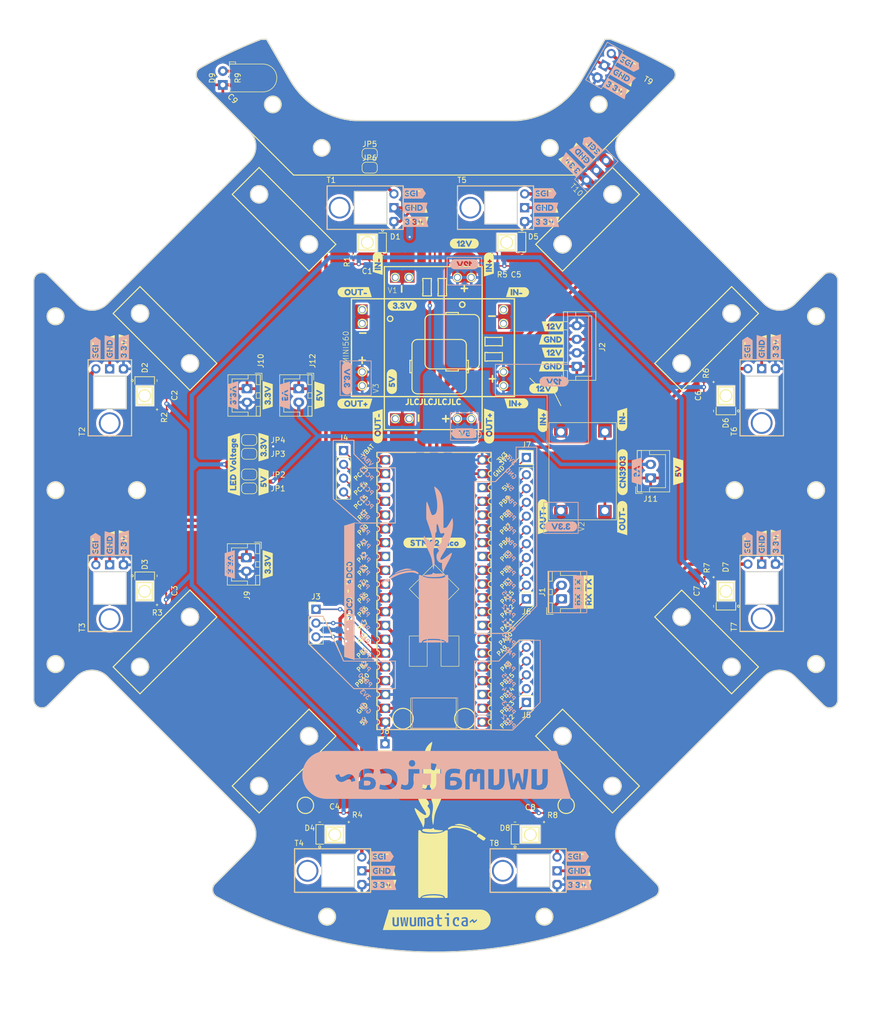
<source format=kicad_pcb>
(kicad_pcb (version 20221018) (generator pcbnew)
  (layers (0 "F.Cu" signal) (31 "B.Cu" signal) (34 "B.Paste" user) (35 "F.Paste" user) (36 "B.SilkS" user "B.Silkscreen") (37 "F.SilkS" user "F.Silkscreen") (38 "B.Mask" user) (39 "F.Mask" user) (44 "Edge.Cuts" user))
  (net 0 "")
  (net 1 "+3.3V")
  (net 2 "GND")
  (net 3 "Net-(D1-A)")
  (net 4 "Net-(D2-A)")
  (net 5 "Net-(D3-A)")
  (net 6 "Net-(D4-A)")
  (net 7 "Net-(D5-A)")
  (net 8 "Net-(D6-A)")
  (net 9 "Net-(D7-A)")
  (net 10 "Net-(D8-A)")
  (net 11 "Net-(D9-A)")
  (net 12 "PICO_RX")
  (net 13 "PICO_TX")
  (net 14 "+12V")
  (net 15 "V_LED")
  (net 16 "+5V")
  (net 17 "TEMT1")
  (net 18 "TEMT2")
  (net 19 "TEMT3")
  (net 20 "TEMT4")
  (net 21 "TEMT5")
  (net 22 "TEMT6")
  (net 23 "TEMT7")
  (net 24 "TEMT8")
  (net 25 "TEMT_BALLCAP")
  (net 26 "Net-(J3-Pin_1)")
  (net 27 "Net-(J3-Pin_2)")
  (net 28 "Net-(J3-Pin_3)")
  (net 29 "Net-(J4-Pin_1)")
  (net 30 "Net-(J4-Pin_2)")
  (net 31 "Net-(J4-Pin_3)")
  (net 32 "Net-(J4-Pin_4)")
  (net 33 "Net-(J5-Pin_1)")
  (net 34 "Net-(J5-Pin_2)")
  (net 35 "Net-(J5-Pin_3)")
  (net 36 "Net-(J5-Pin_4)")
  (net 37 "Net-(J5-Pin_5)")
  (net 38 "Net-(J6-Pin_1)")
  (net 39 "Net-(J6-Pin_2)")
  (net 40 "Net-(J6-Pin_3)")
  (net 42 "Net-(J6-Pin_4)")
  (net 43 "Net-(J6-Pin_5)")
  (net 44 "Net-(J6-Pin_6)")
  (net 45 "Net-(J6-Pin_7)")
  (net 46 "Net-(J6-Pin_8)")
  (net 47 "Net-(J6-Pin_9)")
  (net 48 "Net-(J6-Pin_10)")
  (net 49 "Net-(JP5-A)")
  (net 50 "Net-(J7-Pin_1)")
  (net 51 "Net-(J8-Pin_1)")
  (footprint "components:CN3903" (layer "F.Cu") (at 121.1422 89.262042 -90)
    (fp_text reference "V2")
    (fp_text value "CN3903")
  )
  (footprint "Resistor_SMD:R_0201_0603Metric_Pad0.64x0.40mm_HandSolder" (layer "F.Cu") (at 139.9032 115.9764)
    (fp_text reference "R7")
    (fp_text value "R")
  )
  (footprint "Resistor_SMD:R_0201_0603Metric_Pad0.64x0.40mm_HandSolder" (layer "F.Cu") (at 139.7497 80.0608)
    (fp_text reference "R6")
    (fp_text value "R")
  )
  (footprint "components:MINI560" (layer "F.Cu") (at 82.523727 86.840857 90)
    (fp_text reference "V3")
    (fp_text value "MINI560 5V")
  )
  (footprint "components:TEMT6000" (layer "F.Cu") (at 32.512 77.663642 -90)
    (fp_text reference "T2")
    (fp_text value "TEMT6000")
  )
  (footprint "Resistor_SMD:R_0201_0603Metric_Pad0.64x0.40mm_HandSolder" (layer "F.Cu") (at 39.9288 121.158 180)
    (fp_text reference "R3")
    (fp_text value "R")
  )
  (footprint "Jumper:SolderJumper-2_P1.3mm_Open_RoundedPad1.0x1.5mm" (layer "F.Cu") (at 55.6545 99.655)
    (fp_text reference "JP1")
    (fp_text value "SolderJumper_2_Open")
  )
  (footprint "Jumper:SolderJumper-2_P1.3mm_Bridged2Bar_RoundedPad1.0x1.5mm" (layer "F.Cu") (at 77.836 40.64)
    (fp_text reference "JP6")
    (fp_text value "SolderJumper_2_Bridged")
  )
  (footprint "components:STM32FE411CEU6_Pico_SMD_TH" (layer "F.Cu") (at 91.9768 113.3684 180)
    (fp_text reference "U1")
    (fp_text value "STM32F411CEU6 BlackPill Pico")
  )
  (footprint "components:LED-6028" (layer "F.Cu") (at 68.8445 163.333)
    (fp_text reference "D4")
    (fp_text value "LED")
    (fp_line (start 0.695 -1.7) (end 0.695 1.7) (stroke (width 0.15)) (layer "Edge.Cuts"))
    (fp_line (start 4.495 -1.7) (end 0.695 -1.7) (stroke (width 0.15)) (layer "Edge.Cuts"))
    (fp_line (start 4.495 -1.7) (end 4.495 1.7) (stroke (width 0.15)) (layer "Edge.Cuts"))
    (fp_line (start 4.495 1.7) (end 0.695 1.7) (stroke (width 0.15)) (layer "Edge.Cuts"))
  )
  (footprint "Connector_PinHeader_2.54mm:PinHeader_1x03_P2.54mm_Vertical" (layer "F.Cu") (at 67.945 121.92)
    (fp_text reference "J3")
    (fp_text value "Conn_01x03_Pin")
  )
  (footprint "Resistor_SMD:R_0201_0603Metric_Pad0.64x0.40mm_HandSolder" (layer "F.Cu") (at 109.9312 159.8168 -90)
    (fp_text reference "R8")
    (fp_text value "R")
  )
  (footprint "Connector_JST:JST_XH_B2B-XH-A_1x02_P2.50mm_Vertical" (layer "F.Cu") (at 113.14 119.995 90)
    (fp_text reference "J1")
    (fp_text value "JST_XH_01x02")
  )
  (footprint "Capacitor_SMD:C_0201_0603Metric_Pad0.64x0.40mm_HandSolder" (layer "F.Cu") (at 139.4968 118.5672 -90)
    (fp_text reference "C7")
    (fp_text value "100nF")
  )
  (footprint "kibuzzard-6594E501" (layer "F.Cu") (at 111.252 77.216)
    (fp_text reference "kibuzzard-6594E501" hide)
    (fp_text value "G***" hide)
  )
  (footprint "Connector_JST:JST_XH_B2B-XH-A_1x02_P2.50mm_Vertical" (layer "F.Cu") (at 55.135 112.415 -90)
    (fp_text reference "J9")
    (fp_text value "JST_XH_01x02")
  )
  (footprint "components:TEMT6000" (layer "F.Cu") (at 32.512 113.731642 -90)
    (fp_text reference "T3")
    (fp_text value "TEMT6000")
  )
  (footprint "components:TEMT6000" (layer "F.Cu") (at 76.387358 172.593 180)
    (fp_text reference "T4")
    (fp_text value "TEMT6000")
  )
  (footprint "Capacitor_SMD:C_0201_0603Metric_Pad0.64x0.40mm_HandSolder" (layer "F.Cu") (at 139.3444 82.6008 -90)
    (fp_text reference "C6")
    (fp_text value "100nF")
  )
  (footprint "components:TEMT6000" (layer "F.Cu") (at 152.527 113.604642 -90)
    (fp_text reference "T7")
    (fp_text value "TEMT6000")
  )
  (footprint "kibuzzard-6594DF00" (layer "F.Cu") (at 52.832 95.25 90)
    (fp_text reference "kibuzzard-6594DF00" hide)
    (fp_text value "G***" hide)
  )
  (footprint "kibuzzard-6594E3AA" (layer "F.Cu") (at 81.915 80.01 90)
    (fp_text reference "kibuzzard-6594E3AA" hide)
    (fp_text value "G***" hide)
  )
  (footprint "Jumper:SolderJumper-2_P1.3mm_Open_RoundedPad1.0x1.5mm" (layer "F.Cu") (at 77.836 38.1)
    (fp_text reference "JP5")
    (fp_text value "SolderJumper_2_Open")
  )
  (footprint "Capacitor_SMD:C_0201_0603Metric_Pad0.64x0.40mm_HandSolder" (layer "F.Cu") (at 104.267 58.7248)
    (fp_text reference "C5")
    (fp_text value "100nF")
  )
  (footprint "kibuzzard-6594EB95" (layer "F.Cu") (at 109.855 81.28)
    (fp_text reference "kibuzzard-6594EB95" hide)
    (fp_text value "G***" hide)
  )
  (footprint "Connector_JST:JST_XH_B2B-XH-A_1x02_P2.50mm_Vertical" (layer "F.Cu") (at 64.77 81.32 -90)
    (fp_text reference "J12")
    (fp_text value "JST_XH_01x02")
  )
  (footprint "Connector_JST:JST_XH_B4B-XH-A_1x04_P2.50mm_Vertical" (layer "F.Cu") (at 115.951 77.223 90)
    (fp_text reference "J2")
    (fp_text value "JST_XH_01x04")
  )
  (footprint "Capacitor_SMD:C_0201_0603Metric_Pad0.64x0.40mm_HandSolder" (layer "F.Cu") (at 107.3923 159.4104 180)
    (fp_text reference "C8")
    (fp_text value "100nF")
  )
  (footprint "components:TEMT6000" (layer "F.Cu") (at 112.328358 172.593 180)
    (fp_text reference "T8")
    (fp_text value "TEMT6000")
  )
  (footprint "components:LED-6028" (layer "F.Cu") (at 36.438 115.9615 -90)
    (fp_text reference "D3")
    (fp_text value "LED")
    (fp_line (start 0.695 -1.7) (end 0.695 1.7) (stroke (width 0.15)) (layer "Edge.Cuts"))
    (fp_line (start 4.495 -1.7) (end 0.695 -1.7) (stroke (width 0.15)) (layer "Edge.Cuts"))
    (fp_line (start 4.495 -1.7) (end 4.495 1.7) (stroke (width 0.15)) (layer "Edge.Cuts"))
    (fp_line (start 4.495 1.7) (end 0.695 1.7) (stroke (width 0.15)) (layer "Edge.Cuts"))
  )
  (footprint "components:MINI560" (layer "F.Cu") (at 76.454 66.772)
    (fp_text reference "V1")
    (fp_text value "MINI560 3.3V")
  )
  (footprint "components:TEMT6000" (layer "F.Cu") (at 106.359358 50.546 180)
    (fp_text reference "T5")
    (fp_text value "TEMT6000")
  )
  (footprint "kibuzzard-6594DF35" (layer "F.Cu") (at 58.293 98.425 90)
    (fp_text reference "kibuzzard-6594DF35" hide)
    (fp_text value "G***" hide)
  )
  (footprint "Capacitor_SMD:C_0201_0603Metric_Pad0.64x0.40mm_HandSolder" (layer "F.Cu") (at 40.3352 118.5164 90)
    (fp_text reference "C3")
    (fp_text value locked "100nF")
  )
  (footprint "components:LED-6028" (layer "F.Cu") (at 79.9995 54.472 180)
    (fp_text reference "D1")
    (fp_text value "LED")
    (fp_line (start 0.695 -1.7) (end 0.695 1.7) (stroke (width 0.15)) (layer "Edge.Cuts"))
    (fp_line (start 4.495 -1.7) (end 0.695 -1.7) (stroke (width 0.15)) (layer "Edge.Cuts"))
    (fp_line (start 4.495 -1.7) (end 4.495 1.7) (stroke (width 0.15)) (layer "Edge.Cuts"))
    (fp_line (start 4.495 1.7) (end 0.695 1.7) (stroke (width 0.15)) (layer "Edge.Cuts"))
  )
  (footprint "Connector_PinHeader_2.54mm:PinHeader_1x05_P2.54mm_Vertical" (layer "F.Cu") (at 106.68 139.065 180)
    (fp_text reference "J5")
    (fp_text value "Conn_01x05_Pin")
  )
  (footprint "components:TEMT6000" (layer "F.Cu") (at 82.296 50.546 180)
    (fp_text reference "T1")
    (fp_text value "TEMT6000")
  )
  (footprint "Jumper:SolderJumper-2_P1.3mm_Bridged2Bar_RoundedPad1.0x1.5mm" (layer "F.Cu") (at 55.6545 93.305)
    (fp_text reference "JP3")
    (fp_text value "SolderJumper_2_Bridged")
  )
  (footprint "Connector_JST:JST_XH_B2B-XH-A_1x02_P2.50mm_Vertical" (layer "F.Cu") (at 129.54 97.75 90)
    (fp_text reference "J11")
    (fp_text value "JST_XH_01x02")
  )
  (footprint "Resistor_SMD:R_0201_0603Metric_Pad0.64x0.40mm_HandSolder" (layer "F.Cu") (at 40.0304 85.1916 180)
    (fp_text reference "R2")
    (fp_text value "R")
  )
  (footprint "kibuzzard-6594E396" (layer "F.Cu") (at 83.82 66.04)
    (fp_text reference "kibuzzard-6594E396" hide)
    (fp_text value "G***" hide)
  )
  (footprint "kibuzzard-6594DF24" (layer "F.Cu") (at 59.055 82.55 90)
    (fp_text reference "kibuzzard-6594DF24" hide)
    (fp_text value "G***" hide)
  )
  (footprint "Capacitor_SMD:C_0201_0603Metric_Pad0.64x0.40mm_HandSolder" (layer "F.Cu") (at 77.3673 58.3692)
    (fp_text reference "C1")
    (fp_text value "100nF")
  )
  (footprint "kibuzzard-6594E48C" (layer "F.Cu") (at 111.506 69.85)
    (fp_text reference "kibuzzard-6594E48C" hide)
    (fp_text value "G***" hide)
  )
  (footprint "Resistor_SMD:R_0201_0603Metric_Pad0.64x0.40mm_HandSolder" (layer "F.Cu") (at 101.346 58.3184 90)
    (fp_text reference "R5")
    (fp_text value "R")
  )
  (footprint "components:TEMT6000" (layer "F.Cu") (at 152.527 77.63 -90)
    (fp_text reference "T6")
    (fp_text value "TEMT6000")
  )
  (footprint "components:TEMT6000-ballcap" (layer "F.Cu") (at 119.761 24.037331 150)
    (fp_text reference "T9")
    (fp_text value "TEMT6000")
  )
  (footprint "Connector_PinHeader_2.54mm:PinHeader_1x04_P2.54mm_Vertical" (layer "F.Cu") (at 73.025 92.71)
    (fp_text reference "J4")
    (fp_text value "Conn_01x04_Pin")
  )
  (footprint "Connector_JST:JST_XH_B2B-XH-A_1x02_P2.50mm_Vertical" (layer "F.Cu") (at 55.245 81.32 -90)
    (fp_text reference "J10")
    (fp_text value "JST_XH_01x02")
  )
  (footprint "kibuzzard-6594E501" (layer "F.Cu") (at 111.252 72.263)
    (fp_text reference "kibuzzard-6594E501" hide)
    (fp_text value "G***" hide)
  )
  (footprint "Capacitor_SMD:C_0201_0603Metric_Pad0.64x0.40mm_HandSolder" (layer "F.Cu") (at 71.4259 159.3596 180)
    (fp_text reference "C4")
    (fp_text value "100nF")
  )
  (footprint "Resistor_SMD:R_0201_0603Metric_Pad0.64x0.40mm_HandSolder" (layer "F.Cu") (at 54.61 24.13 90)
    (fp_text reference "R9")
    (fp_text value "R")
  )
  (footprint "Capacitor_SMD:C_0201_0603Metric_Pad0.64x0.40mm_HandSolder" (layer "F.Cu") (at 40.4368 82.6008 90)
    (fp_text reference "C2")
    (fp_text value "100nF")
  )
  (footprint "kibuzzard-6594F15C" (layer "F.Cu") (at 118.11 118.745 90)
    (fp_text reference "kibuzzard-6594F15C" hide)
    (fp_text value "G***" hide)
  )
  (footprint "Capacitor_SMD:C_0201_0603Metric_Pad0.64x0.40mm_HandSolder" (layer "F.Cu") (at 53.34 26.67 135)
    (fp_text reference "C9")
    (fp_text value "100nF")
  )
  (footprint "Connector_PinHeader_2.54mm:PinHeader_1x01_P2.54mm_Vertical" (layer "F.Cu") (at 106.68 93.98)
    (fp_text reference "J7")
    (fp_text value "Conn_01x01_Pin")
  )
  (footprint "Connector_PinHeader_2.54mm:PinHeader_1x01_P2.54mm_Vertical" (layer "F.Cu") (at 80.645 146.685)
    (fp_text reference "J8")
    (fp_text value "Conn_01x01_Pin")
  )
  (footprint "components:LED-6028" (layer "F.Cu") (at 143.383 85.217 90)
    (fp_text reference "D6")
    (fp_text value "LED")
    (fp_line (start 0.695 -1.7) (end 0.695 1.7) (stroke (width 0.15)) (layer "Edge.Cuts"))
    (fp_line (start 4.495 -1.7) (end 0.695 -1.7) (stroke (width 0.15)) (layer "Edge.Cuts"))
    (fp_line (start 4.495 -1.7) (end 4.495 1.7) (stroke (width 0.15)) (layer "Edge.Cuts"))
    (fp_line (start 4.495 1.7) (end 0.695 1.7) (stroke (width 0.15)) (layer "Edge.Cuts"))
  )
  (footprint "kibuzzard-659511D9" (layer "F.Cu") (at 90.17 179.07)
    (fp_text reference "kibuzzard-659511D9" hide)
    (fp_text value "G***" hide)
  )
  (footprint "Jumper:SolderJumper-2_P1.3mm_Bridged2Bar_RoundedPad1.0x1.5mm" (layer "F.Cu") (at 55.6545 90.765)
    (fp_text reference "JP4")
    (fp_text value "SolderJumper_2_Bridged")
  )
  (footprint "kibuzzard-6594DF35" (layer "F.Cu") (at 68.58 82.55 90)
    (fp_text reference "kibuzzard-6594DF35" hide)
    (fp_text value "G***" hide)
  )
  (footprint "Resistor_SMD:R_0201_0603Metric_Pad0.64x0.40mm_HandSolder" (layer "F.Cu") (at 74.8284 57.9639 90)
    (fp_text reference "R1")
    (fp_text value "R")
  )
  (footprint "kibuzzard-6594DF24" (layer "F.Cu") (at 59.055 113.665 90)
    (fp_text reference "kibuzzard-6594DF24" hide)
    (fp_text value "G***" hide)
  )
  (footprint "LED_THT:LED_D5.0mm_Horizontal_O1.27mm_Z3.0mm" (layer "F.Cu") (at 50.8 25.4 90)
    (fp_text reference "D9")
    (fp_text value "IR_LED")
  )
  (footprint "kibuzzard-6594EB95" (layer "F.Cu") (at 95.25 54.61)
    (fp_text reference "kibuzzard-6594EB95" hide)
    (fp_text value "G***" hide)
  )
  (footprint "components:LED-6028" (layer "F.Cu") (at 36.438 80.0205 -90)
    (fp_text reference "D2")
    (fp_text value "LED")
    (fp_line (start 0.695 -1.7) (end 0.695 1.7) (stroke (width 0.15)) (layer "Edge.Cuts"))
    (fp_line (start 4.495 -1.7) (end 0.695 -1.7) (stroke (width 0.15)) (layer "Edge.Cuts"))
    (fp_line (start 4.495 -1.7) (end 4.495 1.7) (stroke (width 0.15)) (layer "Edge.Cuts"))
    (fp_line (start 4.495 1.7) (end 0.695 1.7) (stroke (width 0.15)) (layer "Edge.Cuts"))
  )
  (footprint "Connector_PinHeader_2.54mm:PinHeader_1x10_P2.54mm_Vertical" (layer "F.Cu") (at 106.68 120.015 180)
    (fp_text reference "J6")
    (fp_text value "Conn_01x10_Pin")
  )
  (footprint "kibuzzard-6594DF24" (layer "F.Cu") (at 58.293 92.075 90)
    (fp_text reference "kibuzzard-6594DF24" hide)
    (fp_text value "G***" hide)
  )
  (footprint "kibuzzard-6594E48C" (layer "F.Cu") (at 111.506 74.676)
    (fp_text reference "kibuzzard-6594E48C" hide)
    (fp_text value "G***" hide)
  )
  (footprint "components:LED-6028" (layer "F.Cu") (at 104.7855 163.333)
    (fp_text reference "D8")
    (fp_text value "LED")
    (fp_line (start 0.695 -1.7) (end 0.695 1.7) (stroke (width 0.15)) (layer "Edge.Cuts"))
    (fp_line (start 4.495 -1.7) (end 0.695 -1.7) (stroke (width 0.15)) (layer "Edge.Cuts"))
    (fp_line (start 4.495 -1.7) (end 4.495 1.7) (stroke (width 0.15)) (layer "Edge.Cuts"))
    (fp_line (start 4.495 1.7) (end 0.695 1.7) (stroke (width 0.15)) (layer "Edge.Cuts"))
  )
  (footprint "components:LED-6028" (layer "F.Cu") (at 143.394 121.1475 90)
    (fp_text reference "D7")
    (fp_text value "LED")
    (fp_line (start 0.695 -1.7) (end 0.695 1.7) (stroke (width 0.15)) (layer "Edge.Cuts"))
    (fp_line (start 4.495 -1.7) (end 0.695 -1.7) (stroke (width 0.15)) (layer "Edge.Cuts"))
    (fp_line (start 4.495 -1.7) (end 4.495 1.7) (stroke (width 0.15)) (layer "Edge.Cuts"))
    (fp_line (start 4.495 1.7) (end 0.695 1.7) (stroke (width 0.15)) (layer "Edge.Cuts"))
  )
  (footprint "components:LED-6028" (layer "F.Cu") (at 105.664 54.356 180)
    (fp_text reference "D5")
    (fp_text value "LED")
    (fp_line (start 0.695 -1.7) (end 0.695 1.7) (stroke (width 0.15)) (layer "Edge.Cuts"))
    (fp_line (start 4.495 -1.7) (end 0.695 -1.7) (stroke (width 0.15)) (layer "Edge.Cuts"))
    (fp_line (start 4.495 -1.7) (end 4.495 1.7) (stroke (width 0.15)) (layer "Edge.Cuts"))
    (fp_line (start 4.495 1.7) (end 0.695 1.7) (stroke (width 0.15)) (layer "Edge.Cuts"))
  )
  (footprint "kibuzzard-6594DF35" (layer "F.Cu") (at 134.62 96.52 90)
    (fp_text reference "kibuzzard-6594DF35" hide)
    (fp_text value "G***" hide)
  )
  (footprint "Jumper:SolderJumper-2_P1.3mm_Open_RoundedPad1.0x1.5mm" (layer "F.Cu") (at 55.6545 97.115)
    (fp_text reference "JP2")
    (fp_text value "SolderJumper_2_Open")
  )
  (footprint "components:TEMT6000-wire" (layer "F.Cu") (at 117.710949 42.926 135)
    (fp_text reference "T10")
    (fp_text value "TEMT6000")
  )
  (footprint "components:lipofire-30h" (layer "F.Cu") (at 91.44 161.29)
    (fp_text reference "G***" hide)
    (fp_text value "LOGO" hide)
  )
  (footprint "Resistor_SMD:R_0201_0603Metric_Pad0.64x0.40mm_HandSolder" (layer "F.Cu") (at 73.9648 159.766 -90)
    (fp_text reference "R4")
    (fp_text value "R")
  )
  (footprint "kibuzzard-6594DF35" (layer "B.Cu") (at 127 96.52 90)
    (fp_text reference "kibuzzard-6594DF35" hide)
    (fp_text value "G***" hide)
  )
  (footprint "kibuzzard-659511C4" (layer "B.Cu") (at 90.17 152.4 180)
    (fp_text reference "kibuzzard-659511C4" hide)
    (fp_text value "G***" hide)
  )
  (footprint "kibuzzard-6594EB95" (layer "B.Cu") (at 111.76 80.01 180)
    (fp_text reference "kibuzzard-6594EB95" hide)
    (fp_text value "G***" hide)
  )
  (footprint "kibuzzard-6594DF35" (layer "B.Cu") (at 62.23 82.55 90)
    (fp_text reference "kibuzzard-6594DF35" hide)
    (fp_text value "G***" hide)
  )
  (footprint "kibuzzard-6594EC8D" (layer "B.Cu") (at 73.66 79.375 90)
    (fp_text reference "kibuzzard-6594EC8D" hide)
    (fp_text value "G***" hide)
  )
  (footprint "kibuzzard-6594DF24" (layer "B.Cu") (at 52.705 82.55 90)
    (fp_text reference "kibuzzard-6594DF24" hide)
    (fp_text value "G***" hide)
  )
  (footprint "components:lipofire-30h" (layer "B.Cu") (at 87.63 114.3 180)
    (fp_text reference "G***" hide)
    (fp_text value "LOGO" hide)
  )
  (footprint "kibuzzard-6594ED36" (layer "B.Cu") (at 95.25 89.535 180)
    (fp_text reference "kibuzzard-6594ED36" hide)
    (fp_text value "G***" hide)
  )
  (footprint "kibuzzard-6594EC8D" (layer "B.Cu") (at 113.03 106.68 180)
    (fp_text reference "kibuzzard-6594EC8D" hide)
    (fp_text value "G***" hide)
  )
  (footprint "kibuzzard-6594DF24" (layer "B.Cu") (at 52.07 113.665 90)
    (fp_text reference "kibuzzard-6594DF24" hide)
    (fp_text value "G***" hide)
  )
  (footprint "kibuzzard-6594F15C" (layer "B.Cu") (at 116.205 118.745 90)
    (fp_text reference "kibuzzard-6594F15C" hide)
    (fp_text value "G***" hide)
  )
  (footprint "kibuzzard-6594EB95" (layer "B.Cu") (at 95.25 58.42 180)
    (fp_text reference "kibuzzard-6594EB95" hide)
    (fp_text value "G***" hide)
  )
  (gr_rect (start 72.39 76.2) (end 78.105 82.55) (stroke (width 0.15)) (fill none) (layer "B.SilkS"))
  (gr_poly (pts (xy 71.12 90.805) (xy 74.93 90.805) (xy 74.93 93.345) (xy 77.47 95.885) (xy 82.55 95.885) (xy 82.55 106.045) (xy 76.2 106.045) (xy 71.12 101.6)) (stroke (width 0.15)) (fill none) (layer "B.SilkS"))
  (gr_rect (start 110.8075 114.935) (end 117.7925 122.555) (stroke (width 0.15)) (fill none) (layer "B.SilkS"))
  (gr_poly (pts (xy 97.2698 144.0554) (xy 104.14 144.145) (xy 109.22 139.065) (xy 109.22 127.635) (xy 105.41 127.635) (xy 101.6 131.445) (xy 97.155 131.445) (xy 97.155 144.145)) (stroke (width 0.15)) (fill none) (layer "B.SilkS"))
  (gr_rect (start 109.855 102.235) (end 116.205 107.95) (stroke (width 0.15)) (fill none) (layer "B.SilkS"))
  (gr_poly (pts (xy 66.675 123.19) (xy 66.675 128.27) (xy 74.93 136.525) (xy 82.55 136.525) (xy 82.55 131.445) (xy 73.025 131.445) (xy 69.215 123.19)) (stroke (width 0.15)) (fill none) (layer "B.SilkS"))
  (gr_poly (pts (xy 97.155 98.425) (xy 100.965 98.425) (xy 104.775 94.615) (xy 104.775 92.075) (xy 108.585 92.075) (xy 108.585 121.285) (xy 103.505 126.365) (xy 97.155 126.365)) (stroke (width 0.15)) (fill none) (layer "B.SilkS"))
  (gr_poly (pts (xy 100.965 76.835) (xy 114.3 76.835) (xy 114.3 67.945) (xy 118.11 67.945) (xy 118.11 91.44) (xy 110.49 91.44) (xy 110.49 82.55) (xy 100.965 82.55)) (stroke (width 0.15)) (fill none) (layer "B.SilkS"))
  (gr_rect (start 92.075 57.15) (end 98.425 62.23) (stroke (width 0.15)) (fill none) (layer "B.SilkS"))
  (gr_rect (start 92.71 85.725) (end 97.79 90.805) (stroke (width 0.15)) (fill none) (layer "B.SilkS"))
  (gr_line (start 63.169873 24.5) (end 58.839746 17) (stroke (width 0.2)) (layer "F.SilkS"))
  (gr_line (start 101.448 55.8) (end 101.448 53) (stroke (width 0.2)) (layer "F.SilkS"))
  (gr_circle (center 98.55 122.36) (end 99.05 122.36) (stroke (width 0.2)) (fill none) (layer "F.SilkS"))
  (gr_arc (start 164 138.558875) (mid 163.074029 139.944718) (end 161.43934 139.619535) (stroke (width 0.2)) (layer "F.SilkS"))
  (gr_circle (center 80.75 119.82) (end 81.25 119.82) (stroke (width 0.2)) (fill none) (layer "F.SilkS"))
  (gr_circle (center 98.55 96.96) (end 99.05 96.96) (stroke (width 0.2)) (fill none) (layer "F.SilkS"))
  (gr_line (start 127.476659 154.447222) (end 122.526912 159.39697) (stroke (width 0.2)) (layer "F.SilkS"))
  (gr_circle (center 98.55 114.74) (end 99.05 114.74) (stroke (width 0.2)) (fill none) (layer "F.SilkS"))
  (gr_arc (start 79.15 93.92) (mid 79.65 94.42) (end 79.15 94.92) (stroke (width 0.2)) (layer "F.SilkS"))
  (gr_line (start 122.526912 40.60303) (end 127.476659 45.552778) (stroke (width 0.2)) (layer "F.SilkS"))
  (gr_arc (start 79.15 109.16) (mid 79.65 109.66) (end 79.15 110.16) (stroke (width 0.2)) (layer "F.SilkS"))
  (gr_line (start 100.15 100) (end 100.15 101.54) (stroke (width 0.2)) (layer "F.SilkS"))
  (gr_line (start 79.15 142.18) (end 79.15 140.64) (stroke (width 0.2)) (layer "F.SilkS"))
  (gr_circle (center 98.55 117.28) (end 99.05 117.28) (stroke (width 0.2)) (fill none) (layer "F.SilkS"))
  (gr_line (start 146 126) (end 154 126) (stroke (width 0.2)) (layer "F.SilkS"))
  (gr_curve (pts (xy 46.410953 24.591148) (xy 46.261651 24.441846) (xy 46.103362 24.283557) (xy 46.002181 24.049829)) (stroke (width 0.2)) (layer "F.SilkS"))
  (gr_arc (start 124.294679 166.114484) (mid 123.123109 163.286058) (end 124.294679 160.45763) (stroke (width 0.2)) (layer "F.SilkS"))
  (gr_circle (center 71.4 163.4) (end 72.5 163.4) (stroke (width 0.2)) (fill none) (layer "F.SilkS"))
  (gr_line (start 35 120.2) (end 35 117) (stroke (width 0.2)) (layer "F.SilkS"))
  (gr_arc (start 100.15 127.94) (mid 99.65 127.44) (end 100.15 126.94) (stroke (width 0.2)) (layer "F.SilkS"))
  (gr_arc (start 100.15 138.1) (mid 99.65 137.6) (end 100.15 137.1) (stroke (width 0.2)) (layer "F.SilkS"))
  (gr_line (start 108.585 80.645) (end 107.315 79.375) (stroke (width 0.15)) (layer "F.SilkS"))
  (gr_curve (pts (xy 45.900429 23.579729) (xy 45.894225 23.388905) (xy 45.924994 23.189619) (xy 45.989429 23.009539)) (stroke (width 0.2)) (layer "F.SilkS"))
  (gr_line (start 37.8 84.2) (end 35 84.2) (stroke (width 0.2)) (layer "F.SilkS"))
  (gr_line (start 146 76) (end 146 90) (stroke (width 0.2)) (layer "F.SilkS"))
  (gr_line (start 154 126) (end 154 112) (stroke (width 0.2)) (layer "F.SilkS"))
  (gr_line (start 103.839746 32) (end 76.160254 32) (stroke (width 0.2)) (layer "F.SilkS"))
  (gr_arc (start 156.114484 65.705321) (mid 153.286057 66.876894) (end 150.45763 65.705321) (stroke (width 0.2)) (layer "F.SilkS"))
  (gr_circle (center 135.254834 123.334524) (end 136.854834 123.334524) (stroke (width 0.2)) (fill none) (layer "F.SilkS"))
  (gr_line (start 37.8 120.2) (end 35 120.2) (stroke (width 0.2)) (layer "F.SilkS"))
  (gr_circle (center 135.254834 76.665476) (end 136.854834 76.665476) (stroke (width 0.2)) (fill none) (layer "F.SilkS"))
  (gr_curve (pts (xy 133.969176 24.111124) (xy 133.868282 24.311913) (xy 133.725459 24.454736) (xy 133.589047 24.591148)) (stroke (width 0.2)) (layer "F.SilkS"))
  (gr_line (start 79 53) (end 79 55.8) (stroke (width 0.2)) (layer "F.SilkS"))
  (gr_circle (center 57.473088 45.552778) (end 59.073088 45.552778) (stroke (width 0.2)) (fill none) (layer "F.SilkS"))
  (gr_line (start 33 79) (end 33 85) (stroke (width 0.2)) (layer "F.SilkS"))
  (gr_circle (center 98.55 112.2) (end 99.05 112.2) (stroke (width 0.2)) (fill none) (layer "F.SilkS"))
  (gr_circle (center 102.5 80.75) (end 103.25 80.75) (stroke (width 0.2)) (fill none) (layer "F.SilkS"))
  (gr_line (start 100 174) (end 114 174) (stroke (width 0.2)) (layer "F.SilkS"))
  (gr_line (start 37.8 117) (end 37.8 120.2) (stroke (width 0.2)) (layer "F.SilkS"))
  (gr_arc (start 100.15 97.46) (mid 99.65 96.96) (end 100.15 96.46) (stroke (width 0.2)) (layer "F.SilkS"))
  (gr_circle (center 111 37) (end 112.5 37) (stroke (width 0.2)) (fill none) (layer "F.SilkS"))
  (gr_line (start 100.15 102.54) (end 100.15 104.08) (stroke (width 0.2)) (layer "F.SilkS"))
  (gr_arc (start 55.705321 33.885516) (mid 56.876891 36.713942) (end 55.705321 39.54237) (stroke (width 0.2)) (layer "F.SilkS"))
  (gr_circle (center 80.75 117.28) (end 81.25 117.28) (stroke (width 0.2)) (fill none) (layer "F.SilkS"))
  (gr_line (start 100.15 138.1) (end 100.15 139.64) (stroke (width 0.2)) (layer "F.SilkS"))
  (gr_arc (start 79.15 142.18) (mid 79.65 142.68) (end 79.15 143.18) (stroke (width 0.2)) (layer "F.SilkS"))
  (gr_line (start 154 76) (end 146 76) (stroke (width 0.2)) (layer "F.SilkS"))
  (gr_line (start 101.448 53) (end 104.648 53) (stroke (width 0.2)) (layer "F.SilkS"))
  (gr_line (start 100.15 120.32) (end 100.15 121.86) (stroke (width 0.2)) (layer "F.SilkS"))
  (gr_line (start 79.15 101.54) (end 79.15 100) (stroke (width 0.2)) (layer "F.SilkS"))
  (gr_line (start 121.160254 17) (end 122.124757 17) (stroke (width 0.2)) (layer "F.SilkS"))
  (gr_line (start 79.15 134.56) (end 79.15 133.02) (stroke (width 0.2)) (layer "F.SilkS"))
  (gr_arc (start 79.15 111.7) (mid 79.65 112.2) (end 79.15 112.7) (stroke (width 0.2)) (layer "F.SilkS"))
  (gr_circle (center 77.4 54.4) (end 78.5 54.4) (stroke (width 0.2)) (fill none) (layer "F.SilkS"))
  (gr_line (start 164 138.558875) (end 164 61.441125) (stroke (width 0.2)) (layer "F.SilkS"))
  (gr_arc (start 116.830127 24.5) (mid 111.339746 29.99038) (end 103.839746 32) (stroke (width 0.2)) (layer "F.SilkS"))
  (gr_circle (center 98.55 142.68) (end 99.05 142.68) (stroke (width 0.2)) (fill none) (layer "F.SilkS"))
  (gr_line (start 161.43934 60.380465) (end 156.114484 65.705321) (stroke (width 0.2)) (layer "F.SilkS"))
  (gr_arc (start 161.43934 60.380465) (mid 163.074022 60.055299) (end 164 61.441125) (stroke (width 0.2)) (layer "F.SilkS"))
  (gr_circle (center 80.75 94.42) (end 81.25 94.42) (stroke (width 0.2)) (fill none) (layer "F.SilkS"))
  (gr_line (start 144.8 120.2) (end 142 120.2) (stroke (width 0.2)) (layer "F.SilkS"))
  (gr_line (start 64 174) (end 78 174) (stroke (width 0.2)) (layer "F.SilkS"))
  (gr_line (start 133.589047 24.591148) (end 116.180195 42) (stroke (width 0.2)) (layer "F.SilkS"))
  (gr_line (start 49.694913 76.665476) (end 44.745166 81.615224) (stroke (width 0.2)) (layer "F.SilkS"))
  (gr_arc (start 18.56066 139.619535) (mid 16.925974 139.944693) (end 16 138.558875) (stroke (width 0.2)) (layer "F.SilkS"))
  (gr_line (start 100.15 97.46) (end 100.15 99) (stroke (width 0.2)) (layer "F.SilkS"))
  (gr_line (start 70 52) (end 84 52) (stroke (width 0.2)) (layer "F.SilkS"))
  (gr_line (start 74.5 82.75) (end 74.5 64.75) (stroke (width 0.2)) (layer "F.SilkS"))
  (gr_line (start 79.15 111.7) (end 79.15 110.16) (stroke (width 0.2)) (layer "F.SilkS"))
  (gr_line (start 73 162) (end 73 164.8) (stroke (width 0.2)) (layer "F.SilkS"))
  (gr_arc (start 79.15 101.54) (mid 79.65 102.04) (end 79.15 102.54) (stroke (width 0.2)) (layer "F.SilkS"))
  (gr_circle (center 20 132) (end 21.5 132) (stroke (width 0.2)) (fill none) (layer "F.SilkS"))
  (gr_line (start 100.15 143.18) (end 100.15 144.05) (stroke (width 0.2)) (layer "F.SilkS"))
  (gr_arc (start 124.294679 39.54237) (mid 123.123105 36.713942) (end 124.294679 33.885516) (stroke (width 0.2)) (layer "F.SilkS"))
  (gr_line (start 154 112) (end 146 112) (stroke (width 0.2)) (layer "F.SilkS"))
  (gr_circle (center 98.55 104.58) (end 99.05 104.58) (stroke (width 0.2)) (fill none) (layer "F.SilkS"))
  (gr_line (start 124.294679 160.45763) (end 150.45763 134.294679) (stroke (width 0.2)) (layer "F.SilkS"))
  (gr_circle (center 44.745166 123.334524) (end 46.345166 123.334524) (stroke (width 0.2)) (fill none) (layer "F.SilkS"))
  (gr_line (start 26 76) (end 26 90) (stroke (width 0.2)) (layer "F.SilkS"))
  (gr_circle (center 80.75 140.14) (end 81.25 140.14) (stroke (width 0.2)) (fill none) (layer "F.SilkS"))
  (gr_circle (center 160 100) (end 161.5 100) (stroke (width 0.2)) (fill none) (layer "F.SilkS"))
  (gr_circle (center 80.75 102.04) (end 81.25 102.04) (stroke (width 0.2)) (fill none) (layer "F.SilkS"))
  (gr_line (start 78 166) (end 64 166) (stroke (width 0.2)) (layer "F.SilkS"))
  (gr_line (start 79.15 93.05) (end 86.31 93.05) (stroke (width 0.2)) (layer "F.SilkS"))
  (gr_line (start 79.15 119.32) (end 79.15 117.78) (stroke (width 0.2)) (layer "F.SilkS"))
  (gr_arc (start 79.15 124.4) (mid 79.65 124.9) (end 79.15 125.4) (stroke (width 0.2)) (layer "F.SilkS"))
  (gr_curve (pts (xy 133.257445 22.219582) (xy 133.441845 22.322136) (xy 133.637221 22.431645) (xy 133.798647 22.629296)) (stroke (width 0.2)) (layer "F.SilkS"))
  (gr_line (start 100.15 130.48) (end 100.15 132.02) (stroke (width 0.2)) (layer "F.SilkS"))
  (gr_arc (start 46.742555 22.219582) (mid 52.218653 19.417307) (end 57.875243 17) (stroke (width 0.2)) (layer "F.SilkS"))
  (gr_curve (pts (xy 133.798647 22.629296) (xy 133.896625 22.749262) (xy 133.973497 22.890616) (xy 134.026714 23.057245)) (stroke (width 0.2)) (layer "F.SilkS"))
  (gr_circle (center 143.4 82.6) (end 144.5 82.6) (stroke (width 0.2)) (fill none) (layer "F.SilkS"))
  (gr_arc (start 100.15 100) (mid 99.65 99.5) (end 100.15 99) (stroke (width 0.2)) (layer "F.SilkS"))
  (gr_line (start 79.15 114.24) (end 79.15 112.7) (stroke (width 0.2)) (layer "F.SilkS"))
  (gr_curve (pts (xy 45.900429 23.579729) (xy 45.894225 23.388905) (xy 45.924994 23.189619) (xy 45.989429 23.009539)) (stroke (width 0.2)) (layer "F.SilkS"))
  (gr_circle (center 80.75 109.66) (end 81.25 109.66) (stroke (width 0.2)) (fill none) (layer "F.SilkS"))
  (gr_line (start 127.476659 45.552778) (end 113.334524 59.694913) (stroke (width 0.2)) (layer "F.SilkS"))
  (gr_curve (pts (xy 46.244074 22.579821) (xy 46.396535 22.41272) (xy 46.573538 22.31358) (xy 46.742555 22.219582)) (stroke (width 0.2)) (layer "F.SilkS"))
  (gr_arc (start 79.15 114.24) (mid 79.65 114.74) (end 79.15 115.24) (stroke (width 0.2)) (layer "F.SilkS"))
  (gr_line (start 79.15 116.78) (end 79.15 115.24) (stroke (width 0.2)) (layer "F.SilkS"))
  (gr_line (start 79.15 99) (end 79.15 97.46) (stroke (width 0.2)) (layer "F.SilkS"))
  (gr_line (start 100.15 133.02) (end 100.15 134.56) (stroke (width 0.2)) (layer "F.SilkS"))
  (gr_line (start 79.15 129.48) (end 79.15 127.94) (stroke (width 0.2)) (layer "F.SilkS"))
  (gr_line (start 70 44) (end 70 52) (stroke (width 0.2)) (layer "F.SilkS"))
  (gr_circle (center 76.5 78.21) (end 77.25 78.21) (stroke (width 0.2)) (fill none) (layer "F.SilkS"))
  (gr_circle (center 98.55 124.9) (end 99.05 124.9) (stroke (width 0.2)) (fill none) (layer "F.SilkS"))
  (gr_line (start 100.15 117.78) (end 100.15 119.32) (stroke (width 0.2)) (layer "F.SilkS"))
  (gr_line (start 122.526912 159.39697) (end 108.384776 145.254834) (stroke (width 0.2)) (layer "F.SilkS"))
  (gr_line (start 55.705321 39.54237) (end 29.54237 65.705321) (stroke (width 0.2)) (layer "F.SilkS"))
  (gr_line (start 122.124757 17) (end 121.160254 17) (stroke (width 0.2)) (layer "F.SilkS"))
  (gr_circle (center 98.55 132.52) (end 99.05 132.52) (stroke (width 0.2)) (fill none) (layer "F.SilkS"))
  (gr_line (start 37.8 81) (end 37.8 84.2) (stroke (width 0.2)) (layer "F.SilkS"))
  (gr_curve (pts (xy 134.026714 23.057245) (xy 134.085105 23.240074) (xy 134.110211 23.441409) (xy 134.096839 23.633307)) (stroke (width 0.2)) (layer "F.SilkS"))
  (gr_line (start 144.8 84.2) (end 142 84.2) (stroke (width 0.2)) (layer "F.SilkS"))
  (gr_line (start 104.648 53) (end 104.648 55.8) (stroke (width 0.2)) (layer "F.SilkS"))
  (gr_line (start 111.76 81.915) (end 113.03 84.455) (stroke (width 0.15)) (layer "F.SilkS"))
  (gr_line (start 66.665476 59.694913) (end 52.523341 45.552778) (stroke (width 0.2)) (layer "F.SilkS"))
  (gr_circle (center 35 100) (end 36.5 100) (stroke (width 0.2)) (fill none) (layer "F.SilkS"))
  (gr_curve (pts (xy 133.257445 22.219582) (xy 133.441845 22.322136) (xy 133.637221 22.431645) (xy 133.798647 22.629296)) (stroke (width 0.2)) (layer "F.SilkS"))
  (gr_line (start 94 44) (end 94 52) (stroke (width 0.2)) (layer "F.SilkS"))
  (gr_arc (start 79.15 134.56) (mid 79.65 135.06) (end 79.15 135.56) (stroke (width 0.2)) (layer "F.SilkS"))
  (gr_circle (center 80.75 96.96) (end 81.25 96.96) (stroke (width 0.2)) (fill none) (layer "F.SilkS"))
  (gr_line (start 26 90) (end 34 90) (stroke (width 0.2)) (layer "F.SilkS"))
  (gr_circle (center 80.75 112.2) (end 81.25 112.2) (stroke (width 0.2)) (fill none) (layer "F.SilkS"))
  (gr_circle (center 20 68) (end 21.5 68) (stroke (width 0.2)) (fill none) (layer "F.SilkS"))
  (gr_line (start 55.705321 166.114484) (end 49.357935 172.46187) (stroke (width 0.2)) (layer "F.SilkS"))
  (gr_circle (center 80.75 114.74) (end 81.25 114.74) (stroke (width 0.2)) (fill none) (layer "F.SilkS"))
  (gr_line (start 100.15 112.7) (end 100.15 114.24) (stroke (width 0.2)) (layer "F.SilkS"))
  (gr_line (start 130.305087 76.665476) (end 144.447222 62.523341) (stroke (width 0.2)) (layer "F.SilkS"))
  (gr_line (start 135.254834 118.384776) (end 149.39697 132.526912) (stroke (width 0.2)) (layer "F.SilkS"))
  (gr_poly (pts (xy 66.615 123.19) (xy 66.615 128.33) (xy 74.93 136.525) (xy 82.55 136.525) (xy 82.55 131.445) (xy 73.025 131.445) (xy 71.12 127) (xy 69.275 123.19)) (stroke (width 0.15)) (fill none) (layer "F.SilkS"))
  (gr_circle (center 80.75 124.9) (end 81.25 124.9) (stroke (width 0.2)) (fill none) (layer "F.SilkS"))
  (gr_circle (center 80.75 135.06) (end 81.25 135.06) (stroke (width 0.2)) (fill none) (layer "F.SilkS"))
  (gr_line (start 35 84.2) (end 35 81) (stroke (width 0.2)) (layer "F.SilkS"))
  (gr_arc (start 79.15 137.1) (mid 79.65 137.6) (end 79.15 138.1) (stroke (width 0.2)) (layer "F.SilkS"))
  (gr_arc (start 100.15 112.7) (mid 99.65 112.2) (end 100.15 111.7) (stroke (width 0.2)) (layer "F.SilkS"))
  (gr_line (start 30.60303 132.526912) (end 44.745166 118.384776) (stroke (width 0.2)) (layer "F.SilkS"))
  (gr_line (start 26 112) (end 26 126) (stroke (width 0.2)) (layer "F.SilkS"))
  (gr_curve (pts (xy 134.096839 23.633307) (xy 134.081761 23.849691) (xy 134.021166 24.00766) (xy 133.969176 24.111124)) (stroke (width 0.2)) (layer "F.SilkS"))
  (gr_line (start 84 44) (end 70 44) (stroke (width 0.2)) (layer "F.SilkS"))
  (gr_line (start 116.830127 24.5) (end 121.160254 17) (stroke (width 0.2)) (layer "F.SilkS"))
  (gr_circle (center 80.75 132.52) (end 81.25 132.52) (stroke (width 0.2)) (fill none) (layer "F.SilkS"))
  (gr_circle (center 70 178.5) (end 71.5 178.5) (stroke (width 0.2)) (fill none) (layer "F.SilkS"))
  (gr_line (start 90.45 93.05) (end 91.39 93.05) (stroke (width 0.2)) (layer "F.SilkS"))
  (gr_line (start 75.8 53) (end 79 53) (stroke (width 0.2)) (layer "F.SilkS"))
  (gr_line (start 71.615224 145.254834) (end 57.473088 159.39697) (stroke (width 0.2)) (layer "F.SilkS"))
  (gr_line (start 108 44) (end 94 44) (stroke (width 0.2)) (layer "F.SilkS"))
  (gr_line (start 100.15 105.08) (end 100.15 106.62) (stroke (width 0.2)) (layer "F.SilkS"))
  (gr_line (start 79.15 104.08) (end 79.15 102.54) (stroke (width 0.2)) (layer "F.SilkS"))
  (gr_line (start 130.305087 123.334524) (end 135.254834 118.384776) (stroke (width 0.2)) (layer "F.SilkS"))
  (gr_arc (start 100.15 94.92) (mid 99.65 94.42) (end 100.15 93.92) (stroke (width 0.2)) (layer "F.SilkS"))
  (gr_curve (pts (xy 45.989429 23.009539) (xy 46.063681 22.802027) (xy 46.166402 22.664952) (xy 46.244074 22.579821)) (stroke (width 0.2)) (layer "F.SilkS"))
  (gr_arc (start 79.15 139.64) (mid 79.65 140.14) (end 79.15 140.64) (stroke (width 0.2)) (layer "F.SilkS"))
  (gr_arc (start 29.54237 65.705321) (mid 26.713943 66.876894) (end 23.885516 65.705321) (stroke (width 0.2)) (layer "F.SilkS"))
  (gr_arc (start 100.15 135.56) (mid 99.65 135.06) (end 100.15 134.56) (stroke (width 0.2)) (layer "F.SilkS"))
  (gr_circle (center 113.334524 145.254834) (end 114.934524 145.254834) (stroke (width 0.2)) (fill none) (layer "F.SilkS"))
  (gr_line (start 130.642065 172.46187) (end 124.294679 166.114484) (stroke (width 0.2)) (layer "F.SilkS"))
  (gr_circle (center 80.75 104.58) (end 81.25 104.58) (stroke (width 0.2)) (fill none) (layer "F.SilkS"))
  (gr_arc (start 100.15 122.86) (mid 99.65 122.36) (end 100.15 121.86) (stroke (width 0.2)) (layer "F.SilkS"))
  (gr_arc (start 55.705321 160.45763) (mid 56.876895 163.286058) (end 55.705321 166.114484) (stroke (width 0.2)) (layer "F.SilkS"))
  (gr_line (start 79.15 132.02) (end 79.15 130.48) (stroke (width 0.2)) (layer "F.SilkS"))
  (gr_line (start 58.839746 17) (end 57.875243 17) (stroke (width 0.2)) (layer "F.SilkS"))
  (gr_circle (center 107.4 163.4) (end 108.5 163.4) (stroke (width 0.2)) (fill none) (layer "F.SilkS"))
  (gr_line (start 74.5 64.75) (end 104.5 64.75) (stroke (width 0.2)) (layer "F.SilkS"))
  (gr_circle (center 98.55 94.42) (end 99.05 94.42) (stroke (width 0.2)) (fill none) (layer "F.SilkS"))
  (gr_arc (start 79.15 121.86) (mid 79.65 122.36) (end 79.15 122.86) (stroke (width 0.2)) (layer "F.SilkS"))
  (gr_line (start 69.8 162) (end 73 162) (stroke (width 0.2)) (layer "F.SilkS"))
  (gr_circle (center 160 132) (end 161.5 132) (stroke (width 0.2)) (fill none) (layer "F.SilkS"))
  (gr_arc (start 100.15 117.78) (mid 99.65 117.28) (end 100.15 116.78) (stroke (width 0.2)) (layer "F.SilkS"))
  (gr_circle (center 66.665476 145.254834) (end 68.265476 145.254834) (stroke (width 0.2)) (fill none) (layer "F.SilkS"))
  (gr_circle (center 20 100) (end 21.5 100) (stroke (width 0.2)) (fill none) (layer "F.SilkS"))
  (gr_circle (center 36.4 118.6) (end 37.5 118.6) (stroke (width 0.2)) (fill none) (layer "F.SilkS"))
  (gr_circle (center 113.334524 54.745166) (end 114.934524 54.745166) (stroke (width 0.2)) (fill none) (layer "F.SilkS"))
  (gr_circle (center 98.55 107.12) (end 99.05 107.12) (stroke (width 0.2)) (fill none) (layer "F.SilkS"))
  (gr_arc (start 79.15 99) (mid 79.65 99.5) (end 79.15 100) (stroke (width 0.2)) (layer "F.SilkS"))
  (gr_line (start 105.8 162) (end 109 162) (stroke (width 0.2)) (layer "F.SilkS"))
  (gr_circle (center 145 100) (end 146.5 100) (stroke (width 0.2)) (fill none) (layer "F.SilkS"))
  (gr_line (start 49.694913 123.334524) (end 35.552778 137.476659) (stroke (width 0.2)) (layer "F.SilkS"))
  (gr_line (start 94 52) (end 108 52) (stroke (width 0.2)) (layer "F.SilkS"))
  (gr_line (start 79 55.8) (end 75.8 55.8) (stroke (width 0.2)) (layer "F.SilkS"))
  (gr_line (start 79.15 121.86) (end 79.15 120.32) (stroke (width 0.2)) (layer "F.SilkS"))
  (gr_line (start 35.552778 137.476659) (end 30.60303 132.526912) (stroke (width 0.2)) (layer "F.SilkS"))
  (gr_line (start 34 76) (end 26 76) (stroke (width 0.2)) (layer "F.SilkS"))
  (gr_arc (start 116.830127 24.5) (mid 111.339746 29.99038) (end 103.839746 32) (stroke (width 0.2)) (layer "F.SilkS"))
  (gr_circle (center 69 37) (end 70.5 37) (stroke (width 0.2)) (fill none) (layer "F.SilkS"))
  (gr_line (start 144.8 81) (end 144.8 84.2) (stroke (width 0.2)) (layer "F.SilkS"))
  (gr_circle (center 98.55 135.06) (end 99.05 135.06) (stroke (width 0.2)) (fill none) (layer "F.SilkS"))
  (gr_line (start 27 79) (end 33 79) (stroke (width 0.2)) (layer "F.SilkS"))
  (gr_line (start 79.15 109.16) (end 79.15 107.62) (stroke (width 0.2)) (layer "F.SilkS"))
  (gr_arc (start 100.15 115.24) (mid 99.65 114.74) (end 100.15 114.24) (stroke (width 0.2)) (layer "F.SilkS"))
  (gr_line (start 35.552778 62.523341) (end 49.694913 76.665476) (stroke (width 0.2)) (layer "F.SilkS"))
  (gr_line (start 104.5 64.75) (end 104.5 82.75) (stroke (width 0.2)) (layer "F.SilkS"))
  (gr_line (start 66.665476 140.305087) (end 71.615224 145.254834) (stroke (width 0.2)) (layer "F.SilkS"))
  (gr_line (start 100.15 107.62) (end 100.15 109.16) (stroke (width 0.2)) (layer "F.SilkS"))
  (gr_circle (center 98.55 102.04) (end 99.05 102.04) (stroke (width 0.2)) (fill none) (layer "F.SilkS"))
  (gr_line (start 108.384776 54.745166) (end 122.526912 40.60303) (stroke (width 0.2)) (layer "F.SilkS"))
  (gr_circle (center 44.745166 76.665476) (end 46.345166 76.665476) (stroke (width 0.2)) (fill none) (layer "F.SilkS"))
  (gr_line (start 100.15 127.94) (end 100.15 129.48) (stroke (width 0.2)) (layer "F.SilkS"))
  (gr_curve (pts (xy 45.989429 23.009539) (xy 46.063681 22.802027) (xy 46.166402 22.664952) (xy 46.244074 22.579821)) (stroke (width 0.2)) (layer "F.SilkS"))
  (gr_line (start 149.39697 132.526912) (end 144.447222 137.476659) (stroke (width 0.2)) (layer "F.SilkS"))
  (gr_line (start 104.648 55.8) (end 101.448 55.8) (stroke (width 0.2)) (layer "F.SilkS"))
  (gr_line (start 75.8 55.8) (end 75.8 53) (stroke (width 0.2)) (layer "F.SilkS"))
  (gr_circle (center 120 29) (end 121.5 29) (stroke (width 0.2)) (fill none) (layer "F.SilkS"))
  (gr_circle (center 98.55 140.14) (end 99.05 140.14) (stroke (width 0.2)) (fill none) (layer "F.SilkS"))
  (gr_circle (center 35.552778 67.473088) (end 37.152778 67.473088) (stroke (width 0.2)) (fill none) (layer "F.SilkS"))
  (gr_line (start 44.745166 81.615224) (end 30.60303 67.473088) (stroke (width 0.2)) (layer "F.SilkS"))
  (gr_arc (start 122.124757 17) (mid 127.781345 19.417313) (end 133.257445 22.219582) (stroke (width 0.2)) (layer "F.SilkS"))
  (gr_arc (start 150.45763 134.294679) (mid 153.286057 133.123106) (end 156.114484 134.294679) (stroke (width 0.2)) (layer "F.SilkS"))
  (gr_line (start 105.8 164.8) (end 105.8 162) (stroke (width 0.2)) (layer "F.SilkS"))
  (gr_line (start 100.15 144.05) (end 79.15 144.05) (stroke (width 0.2)) (layer "F.SilkS"))
  (gr_arc (start 46.742555 22.219582) (mid 52.218653 19.417307) (end 57.875243 17) (stroke (width 0.2)) (layer "F.SilkS"))
  (gr_arc (start 100.15 130.48) (mid 99.65 129.98) (end 100.15 129.48) (stroke (width 0.2)) (layer "F.SilkS"))
  (gr_line (start 79.15 144.05) (end 79.15 143.18) (stroke (width 0.2)) (layer "F.SilkS"))
  (gr_line (start 116.180195 42) (end 63.819805 42) (stroke (width 0.2)) (layer "F.SilkS"))
  (gr_arc (start 79.15 116.78) (mid 79.65 117.28) (end 79.15 117.78) (stroke (width 0.2)) (layer "F.SilkS"))
  (gr_line (start 87.91 93.05) (end 88.85 93.05) (stroke (width 0.2)) (layer "F.SilkS"))
  (gr_line (start 18.56066 139.619535) (end 23.885516 134.294679) (stroke (width 0.2)) (layer "F.SilkS"))
  (gr_circle (center 80.75 127.44) (end 81.25 127.44) (stroke (width 0.2)) (fill none) (layer "F.SilkS"))
  (gr_arc (start 100.15 102.54) (mid 99.65 102.04) (end 100.15 101.54) (stroke (width 0.2)) (layer "F.SilkS"))
  (gr_line (start 34 126) (end 34 112) (stroke (width 0.2)) (layer "F.SilkS"))
  (gr_circle (center 98.55 99.5) (end 99.05 99.5) (stroke (width 0.2)) (fill none) (layer "F.SilkS"))
  (gr_line (start 26 126) (end 34 126) (stroke (width 0.2)) (layer "F.SilkS"))
  (gr_circle (center 80.75 142.68) (end 81.25 142.68) (stroke (width 0.2)) (fill none) (layer "F.SilkS"))
  (gr_line (start 142 84.2) (end 142 81) (stroke (width 0.2)) (layer "F.SilkS"))
  (gr_curve (pts (xy 46.410953 24.591148) (xy 46.261651 24.441846) (xy 46.103362 24.283557) (xy 46.002181 24.049829)) (stroke (width 0.2)) (layer "F.SilkS"))
  (gr_circle (center 114 158) (end 115.5 158) (stroke (width 0.2)) (fill none) (layer "F.SilkS"))
  (gr_arc (start 100.15 133.02) (mid 99.65 132.52) (end 100.15 132.02) (stroke (width 0.2)) (layer "F.SilkS"))
  (gr_arc (start 79.15 129.48) (mid 79.65 129.98) (end 79.15 130.48) (stroke (width 0.2)) (layer "F.SilkS"))
  (gr_arc (start 100.15 107.62) (mid 99.65 107.12) (end 100.15 106.62) (stroke (width 0.2)) (layer "F.SilkS"))
  (gr_line (start 135.254834 81.615224) (end 130.305087 76.665476) (stroke (width 0.2)) (layer "F.SilkS"))
  (gr_line (start 33 85) (end 27 85) (stroke (width 0.2)) (layer "F.SilkS"))
  (gr_line (start 57.473088 159.39697) (end 52.523341 154.447222) (stroke (width 0.2)) (layer "F.SilkS"))
  (gr_line (start 100.15 115.24) (end 100.15 116.78) (stroke (width 0.2)) (layer "F.SilkS"))
  (gr_line (start 100 166) (end 100 174) (stroke (width 0.2)) (layer "F.SilkS"))
  (gr_circle (center 80.75 99.5) (end 81.25 99.5) (stroke (width 0.2)) (fill none) (layer "F.SilkS"))
  (gr_line (start 149.39697 67.473088) (end 135.254834 81.615224) (stroke (width 0.2)) (layer "F.SilkS"))
  (gr_arc (start 130.292448 174.843294) (mid 90 185) (end 49.707552 174.843294) (stroke (width 0.2)) (layer "F.SilkS"))
  (gr_line (start 34 90) (end 34 76) (stroke (width 0.2)) (layer "F.SilkS"))
  (gr_arc (start 122.124757 17) (mid 127.781345 19.417313) (end 133.257445 22.219582) (stroke (width 0.2)) (layer "F.SilkS"))
  (gr_line (start 104.5 82.75) (end 74.5 82.75) (stroke (width 0.2)) (layer "F.SilkS"))
  (gr_curve (pts (xy 133.969176 24.111124) (xy 133.868282 24.311913) (xy 133.725459 24.454736) (xy 133.589047 24.591148)) (stroke (width 0.2)) (layer "F.SilkS"))
  (gr_circle (center 98.55 109.66) (end 99.05 109.66) (stroke (width 0.2)) (fill none) (layer "F.SilkS"))
  (gr_poly (pts (xy 71.12 90.805) (xy 71.12 101.6) (xy 76.2 106.045) (xy 82.55 106.045) (xy 82.55 95.885) (xy 77.47 95.885) (xy 74.93 93.345) (xy 74.93 90.805)) (stroke (width 0.15)) (fill none) (layer "F.SilkS"))
  (gr_poly (pts (xy 97.155 131.445) (xy 101.6 131.445) (xy 105.35 127.575) (xy 108.01 127.575) (xy 108.01 140.395) (xy 104.14 144.145) (xy 97.133 144.05)) (stroke (width 0.15)) (fill none) (layer "F.SilkS"))
  (gr_line (start 79.15 106.62) (end 79.15 105.08) (stroke (width 0.2)) (layer "F.SilkS"))
  (gr_curve (pts (xy 133.798647 22.629296) (xy 133.896625 22.749262) (xy 133.973497 22.890616) (xy 134.026714 23.057245)) (stroke (width 0.2)) (layer "F.SilkS"))
  (gr_line (start 154 90) (end 154 76) (stroke (width 0.2)) (layer "F.SilkS"))
  (gr_line (start 57.473088 40.60303) (end 71.615224 54.745166) (stroke (width 0.2)) (layer "F.SilkS"))
  (gr_circle (center 102.5 69.29) (end 103.25 69.29) (stroke (width 0.2)) (fill none) (layer "F.SilkS"))
  (gr_curve (pts (xy 134.026714 23.057245) (xy 134.085105 23.240074) (xy 134.110211 23.441409) (xy 134.096839 23.633307)) (stroke (width 0.2)) (layer "F.SilkS"))
  (gr_arc (start 130.642065 172.46187) (mid 131.065472 173.740394) (end 130.292448 174.843294) (stroke (width 0.2)) (layer "F.SilkS"))
  (gr_line (start 142 117) (end 144.8 117) (stroke (width 0.2)) (layer "F.SilkS"))
  (gr_line (start 150.45763 65.705321) (end 124.294679 39.54237) (stroke (width 0.2)) (layer "F.SilkS"))
  (gr_arc (start 23.885516 134.294679) (mid 26.713943 133.123106) (end 29.54237 134.294679) (stroke (width 0.2)) (layer "F.SilkS"))
  (gr_circle (center 102.5 66.75) (end 103.25 66.75) (stroke (width 0.2)) (fill none) (layer "F.SilkS"))
  (gr_line (start 76.160254 32) (end 103.839746 32) (stroke (width 0.2)) (layer "F.SilkS"))
  (gr_line (start 100.15 135.56) (end 100.15 137.1) (stroke (width 0.2)) (layer "F.SilkS"))
  (gr_circle (center 122.526912 45.552778) (end 124.126912 45.552778) (stroke (width 0.2)) (fill none) (layer "F.SilkS"))
  (gr_circle (center 103.048 54.4) (end 104.148 54.4) (stroke (width 0.2)) (fill none) (layer "F.SilkS"))
  (gr_circle (center 122.526912 154.447222) (end 124.126912 154.447222) (stroke (width 0.2)) (fill none) (layer "F.SilkS"))
  (gr_line (start 100.15 94.92) (end 100.15 96.46) (stroke (width 0.2)) (layer "F.SilkS"))
  (gr_circle (center 36.4 82.6) (end 37.5 82.6) (stroke (width 0.2)) (fill none) (layer "F.SilkS"))
  (gr_circle (center 160 68) (end 161.5 68) (stroke (width 0.2)) (fill none) (layer "F.SilkS"))
  (gr_circle (center 80.75 137.6) (end 81.25 137.6) (stroke (width 0.2)) (fill none) (layer "F.SilkS"))
  (gr_line (start 121.160254 17) (end 116.830127 24.5) (stroke (width 0.2)) (layer "F.SilkS"))
  (gr_circle (center 66 158) (end 67.5 158) (stroke (width 0.2)) (fill none) (layer "F.SilkS"))
  (gr_line (start 46.410953 24.591148) (end 55.705321 33.885516) (stroke (width 0.2)) (layer "F.SilkS"))
  (gr_circle (center 80.75 129.98) (end 81.25 129.98) (stroke (width 0.2)) (fill none) (layer "F.SilkS"))
  (gr_line (start 79.15 93.92) (end 79.15 93.05) (stroke (width 0.2)) (layer "F.SilkS"))
  (gr_line (start 79.15 124.4) (end 79.15 122.86) (stroke (width 0.2)) (layer "F.SilkS"))
  (gr_circle (center 83.95 142.05) (end 85.85 142.05) (stroke (width 0.2)) (fill none) (layer "F.SilkS"))
  (gr_line (start 100.15 140.64) (end 100.15 142.18) (stroke (width 0.2)) (layer "F.SilkS"))
  (gr_arc (start 49.707552 174.843294) (mid 48.934506 173.74041) (end 49.357935 172.46187) (stroke (width 0.2)) (layer "F.SilkS"))
  (gr_line (start 79.15 137.1) (end 79.15 135.56) (stroke (width 0.2)) (layer "F.SilkS"))
  (gr_arc (start 76.160254 32) (mid 68.660253 29.990383) (end 63.169873 24.5) (stroke (width 0.2)) (layer "F.SilkS"))
  (gr_line (start 146 112) (end 146 126) (stroke (width 0.2)) (layer "F.SilkS"))
  (gr_line (start 124.294679 33.885516) (end 133.589047 24.591148) (stroke (width 0.2)) (layer "F.SilkS"))
  (gr_line (start 146 90) (end 154 90) (stroke (width 0.2)) (layer "F.SilkS"))
  (gr_arc (start 79.15 119.32) (mid 79.65 119.82) (end 79.15 120.32) (stroke (width 0.2)) (layer "F.SilkS"))
  (gr_line (start 16 61.441125) (end 16 138.558875) (stroke (width 0.2)) (layer "F.SilkS"))
  (gr_line (start 113.334524 59.694913) (end 108.384776 54.745166) (stroke (width 0.2)) (layer "F.SilkS"))
  (gr_line (start 114 174) (end 114 166) (stroke (width 0.2)) (layer "F.SilkS"))
  (gr_line (start 79.15 139.64) (end 79.15 138.1) (stroke (width 0.2)) (layer "F.SilkS"))
  (gr_circle (center 110 178.5) (end 111.5 178.5) (stroke (width 0.2)) (fill none) (layer "F.SilkS"))
  (gr_line (start 108 52) (end 108 44) (stroke (width 0.2)) (layer "F.SilkS"))
  (gr_line (start 58.839746 17) (end 63.169873 24.5) (stroke (width 0.2)) (layer "F.SilkS"))
  (gr_line (start 109 164.8) (end 105.8 164.8) (stroke (width 0.2)) (layer "F.SilkS"))
  (gr_arc (start 100.15 105.08) (mid 99.65 104.58) (end 100.15 104.08) (stroke (width 0.2)) (layer "F.SilkS"))
  (gr_arc (start 100.15 120.32) (mid 99.65 119.82) (end 100.15 119.32) (stroke (width 0.2)) (layer "F.SilkS"))
  (gr_arc (start 100.15 143.18) (mid 99.65 142.68) (end 100.15 142.18) (stroke (width 0.2)) (layer "F.SilkS"))
  (gr_arc (start 100.15 110.16) (mid 99.65 109.66) (end 100.15 109.16) (stroke (width 0.2)) (layer "F.SilkS"))
  (gr_curve (pts (xy 134.096839 23.633307) (xy 134.081761 23.849691) (xy 134.021166 24.00766) (xy 133.969176 24.111124)) (stroke (width 0.2)) (layer "F.SilkS"))
  (gr_line (start 52.523341 45.552778) (end 57.473088 40.60303) (stroke (width 0.2)) (layer "F.SilkS"))
  (gr_line (start 64 166) (end 64 174) (stroke (width 0.2)) (layer "F.SilkS"))
  (gr_circle (center 143.4 118.6) (end 144.5 118.6) (stroke (width 0.2)) (fill none) (layer "F.SilkS"))
  (gr_line (start 142 81) (end 144.8 81) (stroke (width 0.2)) (layer "F.SilkS"))
  (gr_circle (center 76.5 80.75) (end 77.25 80.75) (stroke (width 0.2)) (fill none) (layer "F.SilkS"))
  (gr_circle (center 98.55 119.82) (end 99.05 119.82) (stroke (width 0.2)) (fill none) (layer "F.SilkS"))
  (gr_poly (pts (xy 97.155 98.425) (xy 100.965 98.425) (xy 105.35 93.98) (xy 105.35 92.65) (xy 107.95 92.71) (xy 108.01 121.345) (xy 102.87 126.365) (xy 97.155 126.365)) (stroke (width 0.15)) (fill none) (layer "F.SilkS"))
  (gr_line (start 78 174) (end 78 166) (stroke (width 0.2)) (layer "F.SilkS"))
  (gr_line (start 79.15 126.94) (end 79.15 125.4) (stroke (width 0.2)) (layer "F.SilkS"))
  (gr_circle (center 98.55 129.98) (end 99.05 129.98) (stroke (width 0.2)) (fill none) (layer "F.SilkS"))
  (gr_line (start 35 117) (end 37.8 117) (stroke (width 0.2)) (layer "F.SilkS"))
  (gr_line (start 63.819805 42) (end 46.410953 24.591148) (stroke (width 0.2)) (layer "F.SilkS"))
  (gr_circle (center 98.55 137.6) (end 99.05 137.6) (stroke (width 0.2)) (fill none) (layer "F.SilkS"))
  (gr_line (start 156.114484 134.294679) (end 161.43934 139.619535) (stroke (width 0.2)) (layer "F.SilkS"))
  (gr_circle (center 144.447222 132.526912) (end 146.047222 132.526912) (stroke (width 0.2)) (fill none) (layer "F.SilkS"))
  (gr_line (start 30.60303 67.473088) (end 35.552778 62.523341) (stroke (width 0.2)) (layer "F.SilkS"))
  (gr_circle (center 98.55 127.44) (end 99.05 127.44) (stroke (width 0.2)) (fill none) (layer "F.SilkS"))
  (gr_circle (center 35.552778 132.526912) (end 37.152778 132.526912) (stroke (width 0.2)) (fill none) (layer "F.SilkS"))
  (gr_circle (center 144.447222 67.473088) (end 146.047222 67.473088) (stroke (width 0.2)) (fill none) (layer "F.SilkS"))
  (gr_circle (center 60 29) (end 61.5 29) (stroke (width 0.2)) (fill none) (layer "F.SilkS"))
  (gr_arc (start 76.160254 32) (mid 68.660253 29.990383) (end 63.169873 24.5) (stroke (width 0.2)) (layer "F.SilkS"))
  (gr_line (start 144.8 117) (end 144.8 120.2) (stroke (width 0.2)) (layer "F.SilkS"))
  (gr_circle (center 76.5 66.75) (end 77.25 66.75) (stroke (width 0.2)) (fill none) (layer "F.SilkS"))
  (gr_line (start 108.384776 145.254834) (end 113.334524 140.305087) (stroke (width 0.2)) (layer "F.SilkS"))
  (gr_arc (start 79.15 126.94) (mid 79.65 127.44) (end 79.15 127.94) (stroke (width 0.2)) (layer "F.SilkS"))
  (gr_line (start 27 85) (end 27 79) (stroke (width 0.2)) (layer "F.SilkS"))
  (gr_line (start 79.15 96.46) (end 79.15 94.92) (stroke (width 0.2)) (layer "F.SilkS"))
  (gr_curve (pts (xy 46.002181 24.049829) (xy 45.941102 23.908735) (xy 45.906067 23.753133) (xy 45.900429 23.579729)) (stroke (width 0.2)) (layer "F.SilkS"))
  (gr_line (start 100.15 122.86) (end 100.15 124.4) (stroke (width 0.2)) (layer "F.SilkS"))
  (gr_line (start 57.875243 17) (end 58.839746 17) (stroke (width 0.2)) (layer "F.SilkS"))
  (gr_circle (center 66.665476 54.745166) (end 68.265476 54.745166) (stroke (width 0.2)) (fill none) (layer "F.SilkS"))
  (gr_arc (start 100.15 125.4) (mid 99.65 124.9) (end 100.15 124.4) (stroke (width 0.2)) (layer "F.SilkS"))
  (gr_arc (start 79.15 96.46) (mid 79.65 96.96) (end 79.15 97.46) (stroke (width 0.2)) (layer "F.SilkS"))
  (gr_arc (start 79.15 106.62) (mid 79.65 107.12) (end 79.15 107.62) (stroke (width 0.2)) (layer "F.SilkS"))
  (gr_line (start 23.885516 65.705321) (end 18.56066 60.380465) (stroke (width 0.2)) (layer "F.SilkS"))
  (gr_circle (center 94.9 65.825) (end 95.4 65.825) (stroke (width 0.2)) (fill none) (layer "F.SilkS"))
  (gr_line (start 34 112) (end 26 112) (stroke (width 0.2)) (layer "F.SilkS"))
  (gr_line (start 142 120.2) (end 142 117) (stroke (width 0.2)) (layer "F.SilkS"))
  (gr_line (start 52.523341 154.447222) (end 66.665476 140.305087) (stroke (width 0.2)) (layer "F.SilkS"))
  (gr_line (start 109 162) (end 109 164.8) (stroke (width 0.2)) (layer "F.SilkS"))
  (gr_line (start 71.615224 54.745166) (end 66.665476 59.694913) (stroke (width 0.2)) (layer "F.SilkS"))
  (gr_line (start 29.54237 134.294679) (end 55.705321 160.45763) (stroke (width 0.2)) (layer "F.SilkS"))
  (gr_line (start 100.15 110.16) (end 100.15 111.7) (stroke (width 0.2)) (layer "F.SilkS"))
  (gr_circle (center 80.75 107.12) (end 81.25 107.12) (stroke (width 0.2)) (fill none) (layer "F.SilkS"))
  (gr_arc (start 100.15 140.64) (mid 99.65 140.14) (end 100.15 139.64) (stroke (width 0.2)) (layer "F.SilkS"))
  (gr_circle (center 102.5 78.21) (end 103.25 78.21) (stroke (width 0.2)) (fill none) (layer "F.SilkS"))
  (gr_arc (start 16 61.441125) (mid 16.925971 60.055282) (end 18.56066 60.380465) (stroke (width 0.2)) (layer "F.SilkS"))
  (gr_line (start 100.15 125.4) (end 100.15 126.94) (stroke (width 0.2)) (layer "F.SilkS"))
  (gr_line (start 92.99 93.05) (end 100.15 93.05) (stroke (width 0.2)) (layer "F.SilkS"))
  (gr_line (start 144.447222 62.523341) (end 149.39697 67.473088) (stroke (width 0.2)) (layer "F.SilkS"))
  (gr_line (start 144.447222 137.476659) (end 130.305087 123.334524) (stroke (width 0.2)) (layer "F.SilkS"))
  (gr_curve (pts (xy 46.244074 22.579821) (xy 46.396535 22.41272) (xy 46.573538 22.31358) (xy 46.742555 22.219582)) (stroke (width 0.2)) (layer "F.SilkS"))
  (gr_line (start 44.745166 118.384776) (end 49.694913 123.334524) (stroke (width 0.2)) (layer "F.SilkS"))
  (gr_line (start 100.15 93.05) (end 100.15 93.92) (stroke (width 0.2)) (layer "F.SilkS"))
  (gr_line (start 35 81) (end 37.8 81) (stroke (width 0.2)) (layer "F.SilkS"))
  (gr_circle (center 76.5 69.29) (end 77.25 69.29) (stroke (width 0.2)) (fill none) (layer "F.SilkS"))
  (gr_circle (center 57.473088 154.447222) (end 59.073088 154.447222) (stroke (width 0.2)) (fill none) (layer "F.SilkS"))
  (gr_line (start 84 52) (end 84 44) (stroke (width 0.2)) (layer "F.SilkS"))
  (gr_curve (pts (xy 46.002181 24.049829) (xy 45.941102 23.908735) (xy 45.906067 23.753133) (xy 45.900429 23.579729)) (stroke (width 0.2)) (layer "F.SilkS"))
  (gr_line (start 69.8 164.8) (end 69.8 162) (stroke (width 0.2)) (layer "F.SilkS"))
  (gr_line (start 73 164.8) (end 69.8 164.8) (stroke (width 0.2)) (layer "F.SilkS"))
  (gr_line (start 113.334524 140.305087) (end 127.476659 154.447222) (stroke (width 0.2)) (layer "F.SilkS"))
  (gr_circle (center 80.75 122.36) (end 81.25 122.36) (stroke (width 0.2)) (fill none) (layer "F.SilkS"))
  (gr_circle (center 95.35 142.05) (end 97.25 142.05) (stroke (width 0.2)) (fill none) (layer "F.SilkS"))
  (gr_arc (start 79.15 132.02) (mid 79.65 132.52) (end 79.15 133.02) (stroke (width 0.2)) (layer "F.SilkS"))
  (gr_line (start 114 166) (end 100 166) (stroke (width 0.2)) (layer "F.SilkS"))
  (gr_arc (start 79.15 104.08) (mid 79.65 104.58) (end 79.15 105.08) (stroke (width 0.2)) (layer "F.SilkS"))
  (gr_arc (start 124.294679 39.54237) (mid 123.123105 36.713942) (end 124.294679 33.885516) (stroke (width 0.2)) (layer "Edge.Cuts"))
  (gr_arc (start 164 138.558875) (mid 163.074029 139.944718) (end 161.43934 139.619535) (stroke (width 0.2)) (layer "Edge.Cuts"))
  (gr_line (start 18.56066 139.619535) (end 23.885516 134.294679) (stroke (width 0.2)) (layer "Edge.Cuts"))
  (gr_line (start 27 121) (end 27 115) (stroke (width 0.2)) (layer "Edge.Cuts"))
  (gr_circle (center 113.334524 54.745166) (end 114.934524 54.745166) (stroke (width 0.2)) (fill none) (layer "Edge.Cuts"))
  (gr_circle (center 35 100) (end 36.575 100) (stroke (width 0.2)) (fill none) (layer "Edge.Cuts"))
  (gr_line (start 161.43934 60.380465) (end 156.114484 65.705321) (stroke (width 0.2)) (layer "Edge.Cuts"))
  (gr_line (start 99 51) (end 99 45) (stroke (width 0.2)) (layer "Edge.Cuts"))
  (gr_line (start 27 79) (end 33 79) (stroke (width 0.2)) (layer "Edge.Cuts"))
  (gr_arc (start 29.54237 65.705321) (mid 26.713943 66.876894) (end 23.885516 65.705321) (stroke (width 0.2)) (layer "Edge.Cuts"))
  (gr_line (start 130.642065 172.46187) (end 124.294679 166.114484) (stroke (width 0.2)) (layer "Edge.Cuts"))
  (gr_line (start 111 167) (end 111 173) (stroke (width 0.2)) (layer "Edge.Cuts"))
  (gr_arc (start 150.45763 134.294679) (mid 153.286057 133.123106) (end 156.114484 134.294679) (stroke (width 0.2)) (layer "Edge.Cuts"))
  (gr_curve (pts (xy 45.989429 23.009539) (xy 46.063681 22.802027) (xy 46.166402 22.664952) (xy 46.244074 22.579821)) (stroke (width 0.2)) (layer "Edge.Cuts"))
  (gr_circle (center 145 100) (end 146.575 100) (stroke (width 0.2)) (fill none) (layer "Edge.Cuts"))
  (gr_circle (center 144.447222 67.473088) (end 146.047222 67.473088) (stroke (width 0.2)) (fill none) (layer "Edge.Cuts"))
  (gr_line (start 46.410953 24.591148) (end 55.705321 33.885516) (stroke (width 0.2)) (layer "Edge.Cuts"))
  (gr_circle (center 35.552778 132.526912) (end 37.152778 132.526912) (stroke (width 0.2)) (fill none) (layer "Edge.Cuts"))
  (gr_line (start 124.294679 160.45763) (end 150.45763 134.294679) (stroke (width 0.2)) (layer "Edge.Cuts"))
  (gr_arc (start 116.830127 24.5) (mid 111.339746 29.99038) (end 103.839746 32) (stroke (width 0.2)) (layer "Edge.Cuts"))
  (gr_arc (start 49.707552 174.843294) (mid 48.934506 173.74041) (end 49.357935 172.46187) (stroke (width 0.2)) (layer "Edge.Cuts"))
  (gr_line (start 27 115) (end 33 115) (stroke (width 0.2)) (layer "Edge.Cuts"))
  (gr_arc (start 124.294679 166.114484) (mid 123.123109 163.286058) (end 124.294679 160.45763) (stroke (width 0.2)) (layer "Edge.Cuts"))
  (gr_circle (center 66.665476 54.745166) (end 68.265476 54.745166) (stroke (width 0.2)) (fill none) (layer "Edge.Cuts"))
  (gr_line (start 33 115) (end 33 121) (stroke (width 0.2)) (layer "Edge.Cuts"))
  (gr_line (start 69 167) (end 75 167) (stroke (width 0.2)) (layer "Edge.Cuts"))
  (gr_line (start 164 138.558875) (end 164 61.441125) (stroke (width 0.2)) (layer "Edge.Cuts"))
  (gr_line (start 29.54237 134.294679) (end 55.705321 160.45763) (stroke (width 0.2)) (layer "Edge.Cuts"))
  (gr_line (start 124.294679 33.885516) (end 133.589047 24.591148) (stroke (width 0.2)) (layer "Edge.Cuts"))
  (gr_curve (pts (xy 133.257445 22.219582) (xy 133.441845 22.322136) (xy 133.637221 22.431645) (xy 133.798647 22.629296)) (stroke (width 0.2)) (layer "Edge.Cuts"))
  (gr_line (start 63.169873 24.5) (end 58.839746 17) (stroke (width 0.2)) (layer "Edge.Cuts"))
  (gr_circle (center 35.552778 67.473088) (end 37.152778 67.473088) (stroke (width 0.2)) (fill none) (layer "Edge.Cuts"))
  (gr_circle (center 160 68) (end 161.575 68) (stroke (width 0.2)) (fill none) (layer "Edge.Cuts"))
  (gr_line (start 81 45) (end 81 51) (stroke (width 0.2)) (layer "Edge.Cuts"))
  (gr_circle (center 160 100) (end 161.575 100) (stroke (width 0.2)) (fill none) (layer "Edge.Cuts"))
  (gr_line (start 147 115) (end 153 115) (stroke (width 0.2)) (layer "Edge.Cuts"))
  (gr_circle (center 20 132) (end 21.575 132) (stroke (width 0.2)) (fill none) (layer "Edge.Cuts"))
  (gr_line (start 147 79) (end 153 79) (stroke (width 0.2)) (layer "Edge.Cuts"))
  (gr_circle (center 57.473088 45.552778) (end 59.073088 45.552778) (stroke (width 0.2)) (fill none) (layer "Edge.Cuts"))
  (gr_curve (pts (xy 45.900429 23.579729) (xy 45.894225 23.388905) (xy 45.924994 23.189619) (xy 45.989429 23.009539)) (stroke (width 0.2)) (layer "Edge.Cuts"))
  (gr_line (start 156.114484 134.294679) (end 161.43934 139.619535) (stroke (width 0.2)) (layer "Edge.Cuts"))
  (gr_circle (center 44.745166 76.665476) (end 46.345166 76.665476) (stroke (width 0.2)) (fill none) (layer "Edge.Cuts"))
  (gr_arc (start 161.43934 60.380465) (mid 163.074022 60.055299) (end 164 61.441125) (stroke (width 0.2)) (layer "Edge.Cuts"))
  (gr_line (start 75 51) (end 75 45) (stroke (width 0.2)) (layer "Edge.Cuts"))
  (gr_circle (center 66.665476 145.254834) (end 68.265476 145.254834) (stroke (width 0.2)) (fill none) (layer "Edge.Cuts"))
  (gr_line (start 75 45) (end 81 45) (stroke (width 0.2)) (layer "Edge.Cuts"))
  (gr_line (start 147 121) (end 147 115) (stroke (width 0.2)) (layer "Edge.Cuts"))
  (gr_arc (start 55.705321 33.885516) (mid 56.876891 36.713942) (end 55.705321 39.54237) (stroke (width 0.2)) (layer "Edge.Cuts"))
  (gr_circle (center 120 29) (end 121.55 29) (stroke (width 0.2)) (fill none) (layer "Edge.Cuts"))
  (gr_arc (start 23.885516 134.294679) (mid 26.713943 133.123106) (end 29.54237 134.294679) (stroke (width 0.2)) (layer "Edge.Cuts"))
  (gr_line (start 33 121) (end 27 121) (stroke (width 0.2)) (layer "Edge.Cuts"))
  (gr_line (start 105 167) (end 111 167) (stroke (width 0.2)) (layer "Edge.Cuts"))
  (gr_circle (center 111 37) (end 112.55 37) (stroke (width 0.2)) (fill none) (layer "Edge.Cuts"))
  (gr_arc (start 46.742555 22.219582) (mid 52.218653 19.417307) (end 57.875243 17) (stroke (width 0.2)) (layer "Edge.Cuts"))
  (gr_line (start 23.885516 65.705321) (end 18.56066 60.380465) (stroke (width 0.2)) (layer "Edge.Cuts"))
  (gr_curve (pts (xy 133.798647 22.629296) (xy 133.896625 22.749262) (xy 133.973497 22.890616) (xy 134.026714 23.057245)) (stroke (width 0.2)) (layer "Edge.Cuts"))
  (gr_line (start 55.705321 166.114484) (end 49.357935 172.46187) (stroke (width 0.2)) (layer "Edge.Cuts"))
  (gr_circle (center 160 132) (end 161.575 132) (stroke (width 0.2)) (fill none) (layer "Edge.Cuts"))
  (gr_curve (pts (xy 133.969176 24.111124) (xy 133.868282 24.311913) (xy 133.725459 24.454736) (xy 133.589047 24.591148)) (stroke (width 0.2)) (layer "Edge.Cuts"))
  (gr_line (start 103.839746 32) (end 76.160254 32) (stroke (width 0.2)) (layer "Edge.Cuts"))
  (gr_line (start 153 121) (end 147 121) (stroke (width 0.2)) (layer "Edge.Cuts"))
  (gr_arc (start 76.160254 32) (mid 68.660253 29.990383) (end 63.169873 24.5) (stroke (width 0.2)) (layer "Edge.Cuts"))
  (gr_circle (center 135.254834 76.665476) (end 136.854834 76.665476) (stroke (width 0.2)) (fill none) (layer "Edge.Cuts"))
  (gr_curve (pts (xy 134.096839 23.633307) (xy 134.081761 23.849691) (xy 134.021166 24.00766) (xy 133.969176 24.111124)) (stroke (width 0.2)) (layer "Edge.Cuts"))
  (gr_circle (center 113.334524 145.254834) (end 114.934524 145.254834) (stroke (width 0.2)) (fill none) (layer "Edge.Cuts"))
  (gr_circle (center 20 68) (end 21.575 68) (stroke (width 0.2)) (fill none) (layer "Edge.Cuts"))
  (gr_line (start 121.160254 17) (end 116.830127 24.5) (stroke (width 0.2)) (layer "Edge.Cuts"))
  (gr_circle (center 135.254834 123.334524) (end 136.854834 123.334524) (stroke (width 0.2)) (fill none) (layer "Edge.Cuts"))
  (gr_arc (start 16 61.441125) (mid 16.925971 60.055282) (end 18.56066 60.380465) (stroke (width 0.2)) (layer "Edge.Cuts"))
  (gr_arc (start 18.56066 139.619535) (mid 16.925974 139.944693) (end 16 138.558875) (stroke (width 0.2)) (layer "Edge.Cuts"))
  (gr_line (start 122.124757 17) (end 121.160254 17) (stroke (width 0.2)) (layer "Edge.Cuts"))
  (gr_line (start 111 173) (end 105 173) (stroke (width 0.2)) (layer "Edge.Cuts"))
  (gr_line (start 33 85) (end 27 85) (stroke (width 0.2)) (layer "Edge.Cuts"))
  (gr_circle (center 122.526912 45.552778) (end 124.126912 45.552778) (stroke (width 0.2)) (fill none) (layer "Edge.Cuts"))
  (gr_arc (start 122.124757 17) (mid 127.781345 19.417313) (end 133.257445 22.219582) (stroke (width 0.2)) (layer "Edge.Cuts"))
  (gr_line (start 99 45) (end 105 45) (stroke (width 0.2)) (layer "Edge.Cuts"))
  (gr_arc (start 130.642065 172.46187) (mid 131.065472 173.740394) (end 130.292448 174.843294) (stroke (width 0.2)) (layer "Edge.Cuts"))
  (gr_circle (center 69 37) (end 70.55 37) (stroke (width 0.2)) (fill none) (layer "Edge.Cuts"))
  (gr_circle (center 60 29) (end 61.55 29) (stroke (width 0.2)) (fill none) (layer "Edge.Cuts"))
  (gr_line (start 16 61.441125) (end 16 138.558875) (stroke (width 0.2)) (layer "Edge.Cuts"))
  (gr_circle (center 70 178.5) (end 71.575 178.5) (stroke (width 0.2)) (fill none) (layer "Edge.Cuts"))
  (gr_line (start 153 79) (end 153 85) (stroke (width 0.2)) (layer "Edge.Cuts"))
  (gr_circle (center 122.526912 154.447222) (end 124.126912 154.447222) (stroke (width 0.2)) (fill none) (layer "Edge.Cuts"))
  (gr_curve (pts (xy 46.410953 24.591148) (xy 46.261651 24.441846) (xy 46.103362 24.283557) (xy 46.002181 24.049829)) (stroke (width 0.2)) (layer "Edge.Cuts"))
  (gr_curve (pts (xy 134.026714 23.057245) (xy 134.085105 23.240074) (xy 134.110211 23.441409) (xy 134.096839 23.633307)) (stroke (width 0.2)) (layer "Edge.Cuts"))
  (gr_arc (start 130.292448 174.843294) (mid 90 185) (end 49.707552 174.843294) (stroke (width 0.2)) (layer "Edge.Cuts"))
  (gr_line (start 153 85) (end 147 85) (stroke (width 0.2)) (layer "Edge.Cuts"))
  (gr_circle (center 144.447222 132.526912) (end 146.047222 132.526912) (stroke (width 0.2)) (fill none) (layer "Edge.Cuts"))
  (gr_circle (center 44.745166 123.334524) (end 46.345166 123.334524) (stroke (width 0.2)) (fill none) (layer "Edge.Cuts"))
  (gr_circle (center 110 178.5) (end 111.575 178.5) (stroke (width 0.2)) (fill none) (layer "Edge.Cuts"))
  (gr_circle (center 20 100) (end 21.575 100) (stroke (width 0.2)) (fill none) (layer "Edge.Cuts"))
  (gr_line (start 105 173) (end 105 167) (stroke (width 0.2)) (layer "Edge.Cuts"))
  (gr_curve (pts (xy 46.244074 22.579821) (xy 46.396535 22.41272) (xy 46.573538 22.31358) (xy 46.742555 22.219582)) (stroke (width 0.2)) (layer "Edge.Cuts"))
  (gr_line (start 33 79) (end 33 85) (stroke (width 0.2)) (layer "Edge.Cuts"))
  (gr_arc (start 156.114484 65.705321) (mid 153.286057 66.876894) (end 150.45763 65.705321) (stroke (width 0.2)) (layer "Edge.Cuts"))
  (gr_line (start 81 51) (end 75 51) (stroke (width 0.2)) (layer "Edge.Cuts"))
  (gr_arc (start 55.705321 160.45763) (mid 56.876895 163.286058) (end 55.705321 166.114484) (stroke (width 0.2)) (layer "Edge.Cuts"))
  (gr_line (start 105 51) (end 99 51) (stroke (width 0.2)) (layer "Edge.Cuts"))
  (gr_circle (center 57.473088 154.447222) (end 59.073088 154.447222) (stroke (width 0.2)) (fill none) (layer "Edge.Cuts"))
  (gr_line (start 75 167) (end 75 173) (stroke (width 0.2)) (layer "Edge.Cuts"))
  (gr_line (start 58.839746 17) (end 57.875243 17) (stroke (width 0.2)) (layer "Edge.Cuts"))
  (gr_line (start 147 85) (end 147 79) (stroke (width 0.2)) (layer "Edge.Cuts"))
  (gr_line (start 153 115) (end 153 121) (stroke (width 0.2)) (layer "Edge.Cuts"))
  (gr_line (start 55.705321 39.54237) (end 29.54237 65.705321) (stroke (width 0.2)) (layer "Edge.Cuts"))
  (gr_line (start 75 173) (end 69 173) (stroke (width 0.2)) (layer "Edge.Cuts"))
  (gr_curve (pts (xy 46.002181 24.049829) (xy 45.941102 23.908735) (xy 45.906067 23.753133) (xy 45.900429 23.579729)) (stroke (width 0.2)) (layer "Edge.Cuts"))
  (gr_line (start 69 173) (end 69 167) (stroke (width 0.2)) (layer "Edge.Cuts"))
  (gr_line (start 150.45763 65.705321) (end 124.294679 39.54237) (stroke (width 0.2)) (layer "Edge.Cuts"))
  (gr_line (start 105 45) (end 105 51) (stroke (width 0.2)) (layer "Edge.Cuts"))
  (gr_line (start 27 85) (end 27 79) (stroke (width 0.2)) (layer "Edge.Cuts"))
  (gr_text "JLCJLCJLCJLC" (at 89.535 83.185) (layer "F.SilkS") (effects (font (size 1 1) (thickness 0.25) bold) (justify top)))
  (segment (start 57.4875 91.948) (end 57.6615 91.948) (width 0.76) (layer "F.Cu") (net 1))
  (segment (start 83.439 50.546) (end 82.296 50.546) (width 0.5) (layer "F.Cu") (net 1))
  (segment (start 85.09 44.45) (end 85.09 48.895) (width 0.5) (layer "F.Cu") (net 1))
  (segment (start 81.28 40.64) (end 85.09 44.45) (width 0.5) (layer "F.Cu") (net 1))
  (segment (start 78.486 40.64) (end 81.28 40.64) (width 0.5) (layer "F.Cu") (net 1))
  (segment (start 85.09 48.895) (end 83.439 50.546) (width 0.5) (layer "F.Cu") (net 1))
  (segment (start 57.6615 91.948) (end 60.071 91.948) (width 0.76) (layer "F.Cu") (net 1))
  (via (at 60.071 91.948) (size 0.8) (drill 0.4) (layers "F.Cu" "B.Cu") (net 1))
  (segment (start 50.8 25.4) (end 52.07 25.4) (width 0.5) (layer "F.Cu") (net 2))
  (segment (start 85.1916 53.3908) (end 85.1916 60.742984) (width 1.27) (layer "F.Cu") (net 2))
  (segment (start 85.1916 60.742984) (end 85.093727 60.840857) (width 1.27) (layer "F.Cu") (net 2))
  (segment (start 52.07 25.4) (end 53.051854 26.381854) (width 0.5) (layer "F.Cu") (net 2))
  (via (at 85.1916 53.3908) (size 0.8) (drill 0.4) (layers "F.Cu" "B.Cu") (net 2))
  (segment (start 85.1916 53.3908) (end 85.1916 50.9016) (width 1.27) (layer "B.Cu") (net 2))
  (segment (start 85.1916 50.9016) (end 82.296 48.006) (width 1.27) (layer "B.Cu") (net 2))
  (segment (start 74.8095 54.472) (end 74.8095 57.5375) (width 0.25) (layer "F.Cu") (net 3))
  (segment (start 74.8095 57.5375) (end 74.8284 57.5564) (width 0.25) (layer "F.Cu") (net 3))
  (segment (start 39.6229 85.1916) (end 36.4569 85.1916) (width 0.25) (layer "F.Cu") (net 4))
  (segment (start 36.4569 85.1916) (end 36.438 85.2105) (width 0.25) (layer "F.Cu") (net 4))
  (segment (start 39.5213 121.158) (end 36.4445 121.158) (width 0.25) (layer "F.Cu") (net 5))
  (segment (start 36.4445 121.158) (end 36.438 121.1515) (width 0.25) (layer "F.Cu") (net 5))
  (segment (start 73.9648 160.1735) (end 73.9648 163.2633) (width 0.25) (layer "F.Cu") (net 6))
  (segment (start 73.9648 163.2633) (end 74.0345 163.333) (width 0.25) (layer "F.Cu") (net 6))
  (segment (start 101.117223 56.181) (end 101.139 56.181) (width 0.25) (layer "F.Cu") (net 7))
  (segment (start 100.474 54.356) (end 100.474 55.537777) (width 0.25) (layer "F.Cu") (net 7))
  (segment (start 101.139 56.181) (end 101.346 56.388) (width 0.25) (layer "F.Cu") (net 7))
  (segment (start 101.346 56.388) (end 101.346 57.9109) (width 0.25) (layer "F.Cu") (net 7))
  (segment (start 100.474 55.537777) (end 101.117223 56.181) (width 0.25) (layer "F.Cu") (net 7))
  (segment (start 143.3492 80.0608) (end 143.383 80.027) (width 0.25) (layer "F.Cu") (net 8))
  (segment (start 140.1572 80.0608) (end 143.3492 80.0608) (width 0.25) (layer "F.Cu") (net 8))
  (segment (start 140.3107 115.9764) (end 143.3751 115.9764) (width 0.25) (layer "F.Cu") (net 9))
  (segment (start 143.3751 115.9764) (end 143.394 115.9575) (width 0.25) (layer "F.Cu") (net 9))
  (segment (start 109.9312 160.2243) (end 109.9312 163.2887) (width 0.25) (layer "F.Cu") (net 10))
  (segment (start 109.9312 163.2887) (end 109.9755 163.333) (width 0.25) (layer "F.Cu") (net 10))
  (segment (start 50.8 22.86) (end 53.7475 22.86) (width 0.5) (layer "F.Cu") (net 11))
  (segment (start 53.7475 22.86) (end 54.61 23.7225) (width 0.5) (layer "F.Cu") (net 11))
  (segment (start 103.155 129.98) (end 98.53 129.98) (width 0.635) (layer "F.Cu") (net 12))
  (segment (start 113.14 119.995) (end 103.155 129.98) (width 0.635) (layer "F.Cu") (net 12))
  (segment (start 103.195 127.44) (end 113.14 117.495) (width 0.635) (layer "F.Cu") (net 13))
  (segment (start 98.53 127.44) (end 103.195 127.44) (width 0.635) (layer "F.Cu") (net 13))
  (segment (start 76.9598 58.3692) (end 75.819 58.3692) (width 0.25) (layer "F.Cu") (net 15))
  (segment (start 75.819 58.3692) (end 74.8306 58.3692) (width 0.25) (layer "F.Cu") (net 15))
  (segment (start 101.346 58.7259) (end 101.3471 58.7248) (width 0.25) (layer "F.Cu") (net 15))
  (segment (start 139.4968 115.9775) (end 139.4957 115.9764) (width 0.25) (layer "F.Cu") (net 15))
  (segment (start 73.9637 159.3596) (end 73.9648 159.3585) (width 0.25) (layer "F.Cu") (net 15))
  (segment (start 51.054 95.25) (end 51.8295 95.25) (width 0.76) (layer "F.Cu") (net 15))
  (segment (start 71.8334 159.3596) (end 73.025 159.3596) (width 0.25) (layer "F.Cu") (net 15))
  (segment (start 102.616 58.7248) (end 103.8595 58.7248) (width 0.25) (layer "F.Cu") (net 15))
  (segment (start 109.9301 159.4104) (end 109.9312 159.4093) (width 0.25) (layer "F.Cu") (net 15))
  (segment (start 74.8306 58.3692) (end 74.8284 58.3714) (width 0.25) (layer "F.Cu") (net 15))
  (segment (start 40.4368 85.1905) (end 40.4379 85.1916) (width 0.25) (layer "F.Cu") (net 15))
  (segment (start 107.7998 159.4104) (end 108.966 159.4104) (width 0.25) (layer "F.Cu") (net 15))
  (segment (start 40.4368 83.0083) (end 40.4368 84.074) (width 0.25) (layer "F.Cu") (net 15))
  (segment (start 40.3352 120.142) (end 40.3352 121.1569) (width 0.25) (layer "F.Cu") (net 15))
  (segment (start 40.3352 118.9239) (end 40.3352 120.142) (width 0.25) (layer "F.Cu") (net 15))
  (segment (start 139.4968 117.094) (end 139.4968 115.9775) (width 0.25) (layer "F.Cu") (net 15))
  (segment (start 139.3444 81.026) (end 139.3444 80.063) (width 0.25) (layer "F.Cu") (net 15))
  (segment (start 139.3444 80.063) (end 139.3422 80.0608) (width 0.25) (layer "F.Cu") (net 15))
  (segment (start 101.3471 58.7248) (end 102.616 58.7248) (width 0.25) (layer "F.Cu") (net 15))
  (segment (start 108.966 159.4104) (end 109.9301 159.4104) (width 0.25) (layer "F.Cu") (net 15))
  (segment (start 139.4968 118.1597) (end 139.4968 117.094) (width 0.25) (layer "F.Cu") (net 15))
  (segment (start 139.3444 82.1933) (end 139.3444 81.026) (width 0.25) (layer "F.Cu") (net 15))
  (segment (start 40.3352 121.1569) (end 40.3363 121.158) (width 0.25) (layer "F.Cu") (net 15))
  (segment (start 40.4368 84.074) (end 40.4368 85.1905) (width 0.25) (layer "F.Cu") (net 15))
  (segment (start 73.025 159.3596) (end 73.9637 159.3596) (width 0.25) (layer "F.Cu") (net 15))
  (segment (start 51.8295 95.25) (end 51.8295 95.25) (width 0.76) (layer "F.Cu") (net 15))
  (via (at 40.4368 84.074) (size 0.8) (drill 0.4) (layers "F.Cu" "B.Cu") (net 15))
  (via (at 73.025 159.3596) (size 0.8) (drill 0.4) (layers "F.Cu" "B.Cu") (net 15))
  (via (at 75.819 58.3692) (size 0.8) (drill 0.4) (layers "F.Cu" "B.Cu") (net 15))
  (via (at 139.3444 81.026) (size 0.8) (drill 0.4) (layers "F.Cu" "B.Cu") (net 15))
  (via (at 108.966 159.4104) (size 0.8) (drill 0.4) (layers "F.Cu" "B.Cu") (net 15))
  (via (at 139.4968 117.094) (size 0.8) (drill 0.4) (layers "F.Cu" "B.Cu") (net 15))
  (via (at 102.616 58.7248) (size 0.8) (drill 0.4) (layers "F.Cu" "B.Cu") (net 15))
  (via (at 51.054 95.25) (size 0.8) (drill 0.4) (layers "F.Cu" "B.Cu") (net 15))
  (via (at 40.3352 120.142) (size 0.8) (drill 0.4) (layers "F.Cu" "B.Cu") (net 15))
  (segment (start 73.025 159.3596) (end 73.025 155.194) (width 0.76) (layer "B.Cu") (net 15))
  (segment (start 45.085 89.154) (end 45.085 95.25) (width 0.76) (layer "B.Cu") (net 15))
  (segment (start 45.085 82.55) (end 45.085 86.995) (width 0.76) (layer "B.Cu") (net 15))
  (segment (start 83.82 156.21) (end 75.8825 148.2725) (width 0.76) (layer "B.Cu") (net 15))
  (segment (start 45.085 113.538) (end 45.085 115.3922) (width 0.76) (layer "B.Cu") (net 15))
  (segment (start 133.096 81.026) (end 139.3444 81.026) (width 0.76) (layer "B.Cu") (net 15))
  (segment (start 45.085 86.995) (end 45.085 89.154) (width 0.76) (layer "B.Cu") (net 15))
  (segment (start 75.819 57.15) (end 75.819 58.3692) (width 0.76) (layer "B.Cu") (net 15))
  (segment (start 105.7656 156.21) (end 108.966 159.4104) (width 0.76) (layer "B.Cu") (net 15))
  (segment (start 45.085 117.475) (end 75.8825 148.2725) (width 0.76) (layer "B.Cu") (net 15))
  (segment (start 102.616 57.15) (end 75.819 57.15) (width 0.76) (layer "B.Cu") (net 15))
  (segment (start 45.085 95.25) (end 51.054 95.25) (width 0.76) (layer "B.Cu") (net 15))
  (segment (start 135.255 112.8522) (end 139.4968 117.094) (width 0.76) (layer "B.Cu") (net 15))
  (segment (start 83.82 156.21) (end 105.7656 156.21) (width 0.76) (layer "B.Cu") (net 15))
  (segment (start 40.4368 84.074) (end 40.513 84.074) (width 0.76) (layer "B.Cu") (net 15))
  (segment (start 40.513 84.074) (end 45.085 88.646) (width 0.76) (layer "B.Cu") (net 15))
  (segment (start 109.22 57.15) (end 102.616 57.15) (width 0.76) (layer "B.Cu") (net 15))
  (segment (start 135.255 83.185) (end 132.842 80.772) (width 0.76) (layer "B.Cu") (net 15))
  (segment (start 135.255 109.855) (end 135.255 83.185) (width 0.76) (layer "B.Cu") (net 15))
  (segment (start 45.085 95.25) (end 45.085 113.538) (width 0.76) (layer "B.Cu") (net 15))
  (segment (start 135.255 109.855) (end 135.255 112.8522) (width 0.76) (layer "B.Cu") (net 15))
  (segment (start 102.616 57.15) (end 102.616 58.7248) (width 0.76) (layer "B.Cu") (net 15))
  (segment (start 45.085 115.3922) (end 40.3352 120.142) (width 0.76) (layer "B.Cu") (net 15))
  (segment (start 73.025 155.194) (end 75.8825 152.3365) (width 0.76) (layer "B.Cu") (net 15))
  (segment (start 75.819 57.15) (end 70.485 57.15) (width 0.76) (layer "B.Cu") (net 15))
  (segment (start 45.085 88.646) (end 45.085 89.154) (width 0.76) (layer "B.Cu") (net 15))
  (segment (start 132.842 80.772) (end 133.096 81.026) (width 0.76) (layer "B.Cu") (net 15))
  (segment (start 45.085 113.538) (end 45.085 117.475) (width 0.76) (layer "B.Cu") (net 15))
  (segment (start 75.8825 152.3365) (end 75.8825 148.2725) (width 0.76) (layer "B.Cu") (net 15))
  (segment (start 70.485 57.15) (end 45.085 82.55) (width 0.76) (layer "B.Cu") (net 15))
  (segment (start 132.842 80.772) (end 109.22 57.15) (width 0.76) (layer "B.Cu") (net 15))
  (segment (start 88.9 66.04) (end 88.9 46.355) (width 0.5) (layer "F.Cu") (net 16))
  (segment (start 57.6145 98.425) (end 59.944 98.425) (width 0.76) (layer "F.Cu") (net 16))
  (segment (start 59.944 98.425) (end 60.071 98.298) (width 0.76) (layer "F.Cu") (net 16))
  (segment (start 80.645 38.1) (end 78.486 38.1) (width 0.5) (layer "F.Cu") (net 16))
  (segment (start 57.6145 98.425) (end 57.5345 98.425) (width 0.76) (layer "F.Cu") (net 16))
  (segment (start 88.9 46.355) (end 80.645 38.1) (width 0.5) (layer "F.Cu") (net 16))
  (via (at 60.071 98.298) (size 0.8) (drill 0.4) (layers "F.Cu" "B.Cu") (net 16))
  (via (at 88.9 66.04) (size 0.8) (drill 0.4) (layers "F.Cu" "B.Cu") (net 16))
  (segment (start 60.071 98.298) (end 68.326 90.043) (width 0.76) (layer "B.Cu") (net 16))
  (segment (start 64.77 86.487) (end 68.326 90.043) (width 0.635) (layer "B.Cu") (net 16))
  (segment (start 129.54 95.25) (end 113.03 95.25) (width 0.635) (layer "B.Cu") (net 16))
  (segment (start 68.326 90.043) (end 90.781584 90.043) (width 0.76) (layer "B.Cu") (net 16))
  (segment (start 107.95 90.17) (end 95.885 90.17) (width 0.635) (layer "B.Cu") (net 16))
  (segment (start 113.03 95.25) (end 107.95 90.17) (width 0.635) (layer "B.Cu") (net 16))
  (segment (start 88.9 79.375) (end 88.9 81.75713) (width 0.5) (layer "B.Cu") (net 16))
  (segment (start 88.9 66.04) (end 88.9 79.375) (width 0.5) (layer "B.Cu") (net 16))
  (segment (start 64.77 83.82) (end 64.77 86.487) (width 0.635) (layer "B.Cu") (net 16))
  (segment (start 69.7785 50.9825) (end 67.945 49.149) (width 0.635) (layer "F.Cu") (net 17))
  (segment (start 70.739 43.053) (end 79.883 43.053) (width 0.635) (layer "F.Cu") (net 17))
  (segment (start 67.945 49.149) (end 67.945 45.847) (width 0.635) (layer "F.Cu") (net 17))
  (segment (start 80.75 109.66) (end 78.755 109.66) (width 0.635) (layer "F.Cu") (net 17))
  (segment (start 79.883 43.053) (end 82.296 45.466) (width 0.635) (layer "F.Cu") (net 17))
  (segment (start 78.755 109.66) (end 69.7785 100.6835) (width 0.635) (layer "F.Cu") (net 17))
  (segment (start 69.7785 100.6835) (end 69.7785 50.9825) (width 0.635) (layer "F.Cu") (net 17))
  (segment (start 67.945 45.847) (end 70.739 43.053) (width 0.635) (layer "F.Cu") (net 17))
  (segment (start 31.5214 105.537) (end 72.092 105.537) (width 0.635) (layer "F.Cu") (net 18))
  (segment (start 78.755 112.2) (end 80.75 112.2) (width 0.635) (layer "F.Cu") (net 18))
  (segment (start 26.6825 78.413142) (end 26.6825 100.6981) (width 0.635) (layer "F.Cu") (net 18))
  (segment (start 27.432 77.663642) (end 26.6825 78.413142) (width 0.635) (layer "F.Cu") (net 18))
  (segment (start 26.6825 100.6981) (end 31.5214 105.537) (width 0.635) (layer "F.Cu") (net 18))
  (segment (start 72.092 105.537) (end 78.755 112.2) (width 0.635) (layer "F.Cu") (net 18))
  (segment (start 70.485 106.68) (end 78.545 114.74) (width 0.635) (layer "F.Cu") (net 19))
  (segment (start 27.432 113.731642) (end 27.432 110.6932) (width 0.635) (layer "F.Cu") (net 19))
  (segment (start 27.432 110.6932) (end 31.4452 106.68) (width 0.635) (layer "F.Cu") (net 19))
  (segment (start 31.4452 106.68) (end 70.485 106.68) (width 0.635) (layer "F.Cu") (net 19))
  (segment (start 78.545 114.74) (end 80.75 114.74) (width 0.635) (layer "F.Cu") (net 19))
  (segment (start 76.387358 144.78) (end 72.39 140.782642) (width 0.635) (layer "F.Cu") (net 20))
  (segment (start 72.39 123.645) (end 78.755 117.28) (width 0.635) (layer "F.Cu") (net 20))
  (segment (start 72.39 140.782642) (end 72.39 123.645) (width 0.635) (layer "F.Cu") (net 20))
  (segment (start 76.387358 167.513) (end 76.387358 144.78) (width 0.635) (layer "F.Cu") (net 20))
  (segment (start 78.755 117.28) (end 80.75 117.28) (width 0.635) (layer "F.Cu") (net 20))
  (segment (start 100.838 73.66) (end 90.17 84.328) (width 0.635) (layer "F.Cu") (net 21))
  (segment (start 90.17 84.328) (end 90.17 110.4) (width 0.635) (layer "F.Cu") (net 21))
  (segment (start 90.17 110.4) (end 80.75 119.82) (width 0.635) (layer "F.Cu") (net 21))
  (segment (start 111.8108 45.466) (end 118.364 52.0192) (width 0.635) (layer "F.Cu") (net 21))
  (segment (start 118.364 52.0192) (end 118.364 60.033) (width 0.635) (layer "F.Cu") (net 21))
  (segment (start 106.359358 45.466) (end 111.8108 45.466) (width 0.635) (layer "F.Cu") (net 21))
  (segment (start 118.364 60.033) (end 104.737 73.66) (width 0.635) (layer "F.Cu") (net 21))
  (segment (start 104.737 73.66) (end 100.838 73.66) (width 0.635) (layer "F.Cu") (net 21))
  (segment (start 124.46 92.075) (end 97.536 92.075) (width 0.635) (layer "F.Cu") (net 22))
  (segment (start 91.44 111.67) (end 80.75 122.36) (width 0.635) (layer "F.Cu") (net 22))
  (segment (start 91.44 98.171) (end 91.44 111.67) (width 0.635) (layer "F.Cu") (net 22))
  (segment (start 147.447 77.63) (end 138.905 77.63) (width 0.635) (layer "F.Cu") (net 22))
  (segment (start 97.536 92.075) (end 91.44 98.171) (width 0.635) (layer "F.Cu") (net 22))
  (segment (start 138.905 77.63) (end 124.46 92.075) (width 0.635) (layer "F.Cu") (net 22))
  (segment (start 136.585358 113.604642) (end 103.505 146.685) (width 0.635) (layer "F.Cu") (net 23))
  (segment (start 96.52 146.685) (end 90.805 140.97) (width 0.635) (layer "F.Cu") (net 23))
  (segment (start 147.447 113.604642) (end 136.585358 113.604642) (width 0.635) (layer "F.Cu") (net 23))
  (segment (start 90.805 134.955) (end 80.75 124.9) (width 0.635) (layer "F.Cu") (net 23))
  (segment (start 103.505 146.685) (end 96.52 146.685) (width 0.635) (layer "F.Cu") (net 23))
  (segment (start 90.805 140.97) (end 90.805 134.955) (width 0.635) (layer "F.Cu") (net 23))
  (segment (start 108.585 153.101642) (end 108.585 153.035) (width 0.635) (layer "F.Cu") (net 24))
  (segment (start 89.535 142.24) (end 89.535 136.225) (width 0.635) (layer "F.Cu") (net 24))
  (segment (start 112.328358 167.513) (end 112.328358 156.845) (width 0.635) (layer "F.Cu") (net 24))
  (segment (start 108.585 153.035) (end 100.33 153.035) (width 0.635) (layer "F.Cu") (net 24))
  (segment (start 112.328358 156.845) (end 108.585 153.101642) (width 0.635) (layer "F.Cu") (net 24))
  (segment (start 89.535 136.225) (end 80.75 127.44) (width 0.635) (layer "F.Cu") (net 24))
  (segment (start 100.33 153.035) (end 89.535 142.24) (width 0.635) (layer "F.Cu") (net 24))
  (segment (start 125.095 22.431922) (end 122.301 19.637922) (width 0.635) (layer "F.Cu") (net 25))
  (segment (start 115.443 36.957) (end 118.926153 36.957) (width 0.635) (layer "F.Cu") (net 25))
  (segment (start 88.9 98.97) (end 88.9 83.82) (width 0.635) (layer "F.Cu") (net 25))
  (segment (start 93.98 41.91) (end 110.49 41.91) (width 0.635) (layer "F.Cu") (net 25))
  (segment (start 125.095 29.21) (end 125.095 22.431922) (width 0.635) (layer "F.Cu") (net 25))
  (segment (start 115.443 36.957) (end 118.364 34.036) (width 0.635) (layer "F.Cu") (net 25))
  (segment (start 118.364 34.036) (end 120.269 34.036) (width 0.635) (layer "F.Cu") (net 25))
  (segment (start 88.9 83.82) (end 90.805 81.915) (width 0.635) (layer "F.Cu") (net 25))
  (segment (start 90.805 81.915) (end 90.805 45.085) (width 0.635) (layer "F.Cu") (net 25))
  (segment (start 80.75 107.12) (end 88.9 98.97) (width 0.635) (layer "F.Cu") (net 25))
  (segment (start 90.805 45.085) (end 93.98 41.91) (width 0.635) (layer "F.Cu") (net 25))
  (segment (start 118.926153 36.957) (end 121.303051 39.333898) (width 0.635) (layer "F.Cu") (net 25))
  (segment (start 110.49 41.91) (end 115.443 36.957) (width 0.635) (layer "F.Cu") (net 25))
  (segment (start 120.269 34.036) (end 125.095 29.21) (width 0.635) (layer "F.Cu") (net 25))
  (segment (start 79.14 129.98) (end 76.2 127.04) (width 0.25) (layer "F.Cu") (net 26))
  (segment (start 67.945 121.92) (end 72.39 121.92) (width 0.25) (layer "F.Cu") (net 26))
  (segment (start 76.2 127.04) (end 76.2 125.73) (width 0.25) (layer "F.Cu") (net 26))
  (segment (start 80.75 129.98) (end 79.14 129.98) (width 0.25) (layer "F.Cu") (net 26))
  (segment (start 76.2 125.43) (end 76.2 125.73) (width 0.25) (layer "F.Cu") (net 26))
  (segment (start 74.445 123.675) (end 76.2 125.43) (width 0.25) (layer "F.Cu") (net 26))
  (via (at 72.39 121.92) (size 0.8) (drill 0.4) (layers "F.Cu" "B.Cu") (net 26))
  (via (at 74.445 123.675) (size 0.8) (drill 0.4) (layers "F.Cu" "B.Cu") (net 26))
  (segment (start 67.945 121.92) (end 72.69 121.92) (width 0.25) (layer "B.Cu") (net 26))
  (segment (start 72.69 121.92) (end 80.75 129.98) (width 0.25) (layer "B.Cu") (net 26))
  (segment (start 74.93 126.7) (end 74.93 128.31) (width 0.25) (layer "F.Cu") (net 27))
  (segment (start 67.945 124.46) (end 71.12 124.46) (width 0.25) (layer "F.Cu") (net 27))
  (segment (start 80.75 132.52) (end 79.14 132.52) (width 0.25) (layer "F.Cu") (net 27))
  (segment (start 73.81 125.58) (end 74.93 126.7) (width 0.25) (layer "F.Cu") (net 27))
  (segment (start 79.14 132.52) (end 74.93 128.31) (width 0.25) (layer "F.Cu") (net 27))
  (via (at 73.81 125.58) (size 0.8) (drill 0.4) (layers "F.Cu" "B.Cu") (net 27))
  (via (at 71.12 124.46) (size 0.8) (drill 0.4) (layers "F.Cu" "B.Cu") (net 27))
  (segment (start 67.945 124.46) (end 72.69 124.46) (width 0.25) (layer "B.Cu") (net 27))
  (segment (start 72.69 124.46) (end 80.75 132.52) (width 0.25) (layer "B.Cu") (net 27))
  (segment (start 73.66 127.635) (end 73.4925 127.8025) (width 0.25) (layer "F.Cu") (net 28))
  (segment (start 73.4925 127.8025) (end 73.4925 129.4125) (width 0.25) (layer "F.Cu") (net 28))
  (segment (start 73.4925 129.4125) (end 79.14 135.06) (width 0.25) (layer "F.Cu") (net 28))
  (segment (start 67.945 127) (end 71.12 127) (width 0.25) (layer "F.Cu") (net 28))
  (segment (start 79.14 135.06) (end 80.75 135.06) (width 0.25) (layer "F.Cu") (net 28))
  (via (at 73.4925 127.8025) (size 0.8) (drill 0.4) (layers "F.Cu" "B.Cu") (net 28))
  (via (at 71.12 127) (size 0.8) (drill 0.4) (layers "F.Cu" "B.Cu") (net 28))
  (segment (start 72.69 127) (end 73.4925 127.8025) (width 0.25) (layer "B.Cu") (net 28))
  (segment (start 67.945 127) (end 72.69 127) (width 0.25) (layer "B.Cu") (net 28))
  (segment (start 73.025 92.71) (end 77.275 96.96) (width 0.25) (layer "F.Cu") (net 29))
  (segment (start 77.275 96.96) (end 80.75 96.96) (width 0.25) (layer "F.Cu") (net 29))
  (segment (start 73.025 95.25) (end 77.275 99.5) (width 0.25) (layer "F.Cu") (net 30))
  (segment (start 77.275 99.5) (end 80.75 99.5) (width 0.25) (layer "F.Cu") (net 30))
  (segment (start 73.025 97.79) (end 77.275 102.04) (width 0.25) (layer "F.Cu") (net 31))
  (segment (start 77.275 102.04) (end 80.75 102.04) (width 0.25) (layer "F.Cu") (net 31))
  (segment (start 77.275 104.58) (end 80.75 104.58) (width 0.25) (layer "F.Cu") (net 32))
  (segment (start 73.025 100.33) (end 77.275 104.58) (width 0.25) (layer "F.Cu") (net 32))
  (segment (start 103.065 142.68) (end 98.53 142.68) (width 0.25) (layer "F.Cu") (net 33))
  (segment (start 106.68 139.065) (end 103.065 142.68) (width 0.25) (layer "F.Cu") (net 33))
  (segment (start 106.68 136.525) (end 103.065 140.14) (width 0.25) (layer "F.Cu") (net 34))
  (segment (start 103.065 140.14) (end 98.53 140.14) (width 0.25) (layer "F.Cu") (net 34))
  (segment (start 106.68 133.985) (end 103.065 137.6) (width 0.25) (layer "F.Cu") (net 35))
  (segment (start 103.065 137.6) (end 98.53 137.6) (width 0.25) (layer "F.Cu") (net 35))
  (segment (start 103.065 135.06) (end 98.53 135.06) (width 0.25) (layer "F.Cu") (net 36))
  (segment (start 106.68 131.445) (end 103.065 135.06) (width 0.25) (layer "F.Cu") (net 36))
  (segment (start 106.68 128.905) (end 103.065 132.52) (width 0.25) (layer "F.Cu") (net 37))
  (segment (start 103.065 132.52) (end 98.53 132.52) (width 0.25) (layer "F.Cu") (net 37))
  (segment (start 101.795 124.9) (end 106.68 120.015) (width 0.25) (layer "F.Cu") (net 38))
  (segment (start 98.53 124.9) (end 101.795 124.9) (width 0.25) (layer "F.Cu") (net 38))
  (segment (start 101.795 122.36) (end 106.68 117.475) (width 0.25) (layer "F.Cu") (net 39))
  (segment (start 98.53 122.36) (end 101.795 122.36) (width 0.25) (layer "F.Cu") (net 39))
  (segment (start 98.53 119.82) (end 101.795 119.82) (width 0.25) (layer "F.Cu") (net 40))
  (segment (start 101.795 119.82) (end 106.68 114.935) (width 0.25) (layer "F.Cu") (net 40))
  (segment (start 98.53 117.28) (end 101.795 117.28) (width 0.25) (layer "F.Cu") (net 42))
  (segment (start 101.795 117.28) (end 106.68 112.395) (width 0.25) (layer "F.Cu") (net 42))
  (segment (start 101.795 114.74) (end 106.68 109.855) (width 0.25) (layer "F.Cu") (net 43))
  (segment (start 98.53 114.74) (end 101.795 114.74) (width 0.25) (layer "F.Cu") (net 43))
  (segment (start 101.795 112.2) (end 106.68 107.315) (width 0.25) (layer "F.Cu") (net 44))
  (segment (start 98.53 112.2) (end 101.795 112.2) (width 0.25) (layer "F.Cu") (net 44))
  (segment (start 106.68 104.775) (end 101.795 109.66) (width 0.25) (layer "F.Cu") (net 45))
  (segment (start 101.795 109.66) (end 98.53 109.66) (width 0.25) (layer "F.Cu") (net 45))
  (segment (start 98.53 107.12) (end 101.795 107.12) (width 0.25) (layer "F.Cu") (net 46))
  (segment (start 101.795 107.12) (end 106.68 102.235) (width 0.25) (layer "F.Cu") (net 46))
  (segment (start 101.795 104.58) (end 98.53 104.58) (width 0.25) (layer "F.Cu") (net 47))
  (segment (start 106.68 99.695) (end 101.795 104.58) (width 0.25) (layer "F.Cu") (net 47))
  (segment (start 106.68 97.155) (end 101.795 102.04) (width 0.25) (layer "F.Cu") (net 48))
  (segment (start 101.795 102.04) (end 98.53 102.04) (width 0.25) (layer "F.Cu") (net 48))
  (segment (start 75.565 40.005) (end 74.93 40.005) (width 0.5) (layer "F.Cu") (net 49))
  (segment (start 76.2 40.64) (end 75.565 40.005) (width 0.5) (layer "F.Cu") (net 49))
  (segment (start 77.186 40.64) (end 76.2 40.64) (width 0.5) (layer "F.Cu") (net 49))
  (segment (start 53.628146 26.958146) (end 54.61 25.976292) (width 0.5) (layer "F.Cu") (net 49))
  (segment (start 53.628146 26.958146) (end 66.675 40.005) (width 0.5) (layer "F.Cu") (net 49))
  (segment (start 74.93 40.005) (end 67.31 40.005) (width 0.5) (layer "F.Cu") (net 49))
  (segment (start 77.186 38.1) (end 75.281 40.005) (width 0.5) (layer "F.Cu") (net 49))
  (segment (start 54.61 25.976292) (end 54.61 24.5375) (width 0.5) (layer "F.Cu") (net 49))
  (segment (start 66.675 40.005) (end 67.31 40.005) (width 0.5) (layer "F.Cu") (net 49))
  (segment (start 75.281 40.005) (end 74.93 40.005) (width 0.5) (layer "F.Cu") (net 49))
  (segment (start 106.68 93.98) (end 101.16 99.5) (width 0.25) (layer "F.Cu") (net 50))
  (segment (start 101.16 99.5) (end 98.53 99.5) (width 0.25) (layer "F.Cu") (net 50))
  (segment (start 80.75 146.58) (end 80.645 146.685) (width 0.635) (layer "B.Cu") (net 51))
  (segment (start 80.75 142.68) (end 80.75 146.58) (width 0.635) (layer "B.Cu") (net 51))
  (zone (net 16) (net_name "+5V") (layer "F.Cu") (priority 5) (connect_pads (clearance 0.5)) (min_thickness 0.25) (fill yes (thermal_gap 0.5) (thermal_bridge_width 0.5))
    (polygon (pts (xy 56.007 100.33) (xy 58.166 98.425) (xy 56.007 96.393)))
  )
  (zone (net 15) (net_name "V_LED") (layer "F.Cu") (priority 4) (connect_pads (clearance 0.5)) (min_thickness 0.25) (fill yes (thermal_gap 0.5) (thermal_bridge_width 0.5))
    (polygon (pts (xy 50.8 95.25) (xy 55.245 100.33) (xy 55.245 90.17)))
  )
  (zone (net 1) (net_name "+3.3V") (layer "F.Cu") (priority 5) (connect_pads (clearance 0.5)) (min_thickness 0.25) (fill yes (thermal_gap 0.5) (thermal_bridge_width 0.5))
    (polygon (pts (xy 56.007 93.98) (xy 58.039 91.948) (xy 56.007 90.17)))
  )
  (zone (net 2) (net_name "GND") (layer "F.Cu") (connect_pads (clearance 0.5)) (min_thickness 0.25) (fill yes (thermal_gap 0.5) (thermal_bridge_width 0.5))
    (polygon (pts (xy 9.779 13.208) (xy 173.609 9.779) (xy 172.974 198.247) (xy 11.811 196.85)))
  )
  (zone (net 14) (net_name "+12V") (layer "B.Cu") (priority 2) (connect_pads (clearance 0.5)) (min_thickness 0.25) (fill yes (thermal_gap 0.5) (thermal_bridge_width 0.5) (smoothing fillet) (radius 1))
    (polygon (pts (xy 91.948 58.7756) (xy 98.679 58.7756) (xy 98.679 77.4446) (xy 91.948 77.4446)))
  )
  (zone (net 15) (net_name "V_LED") (layer "B.Cu") (priority 6) (connect_pads (clearance 0.5)) (min_thickness 0.25) (fill yes (thermal_gap 0.5) (thermal_bridge_width 0.5))
    (polygon (pts (xy 45.085 93.599) (xy 46.736 95.25) (xy 45.085 96.774)))
  )
  (zone (net 1) (net_name "+3.3V") (layer "B.Cu") (priority 1) (connect_pads (clearance 0.5)) (min_thickness 0.25) (fill yes (thermal_gap 0.5) (thermal_bridge_width 0.5))
    (polygon (pts (xy 11.811 13.97) (xy 172.974 10.414) (xy 172.974 192.659) (xy 9.779 196.088)))
  )
  (zone (net 14) (net_name "+12V") (layer "B.Cu") (priority 2) (connect_pads (clearance 0.5)) (min_thickness 0.25) (fill yes (thermal_gap 0.5) (thermal_bridge_width 0.5) (smoothing fillet) (radius 1))
    (polygon (pts (xy 110.744 67.945) (xy 118.11 67.945) (xy 118.11 91.186) (xy 110.744 91.186)))
  )
  (zone (net 14) (net_name "+12V") (layer "B.Cu") (priority 2) (connect_pads (clearance 0.5)) (min_thickness 0.25) (fill yes (thermal_gap 0.5) (thermal_bridge_width 0.5) (smoothing fillet) (radius 1))
    (polygon (pts (xy 91.948 77.4446) (xy 91.948 71.2978) (xy 118.11 71.2978) (xy 118.11 77.4446)))
  )
  (zone (net 14) (net_name "+12V") (layer "B.Cu") (priority 2) (connect_pads (clearance 0.5)) (min_thickness 0.25) (fill yes (thermal_gap 0.5) (thermal_bridge_width 0.5) (smoothing fillet) (radius 1))
    (polygon (pts (xy 100.457 82.55) (xy 100.457 76.2) (xy 118.11 76.2) (xy 118.11 82.55)))
  )
  (zone (net 16) (net_name "+5V") (layer "B.Cu") (priority 3) (connect_pads (clearance 0.5)) (min_thickness 0.25) (fill yes (thermal_gap 0.5) (thermal_bridge_width 0.5) (smoothing fillet) (radius 1))
    (polygon (pts (xy 88.9 77.47) (xy 97.79 86.36) (xy 97.79 91.44) (xy 87.63 91.44) (xy 86.36 90.17) (xy 87.63 88.9) (xy 87.63 78.74)))
  )
)
</source>
